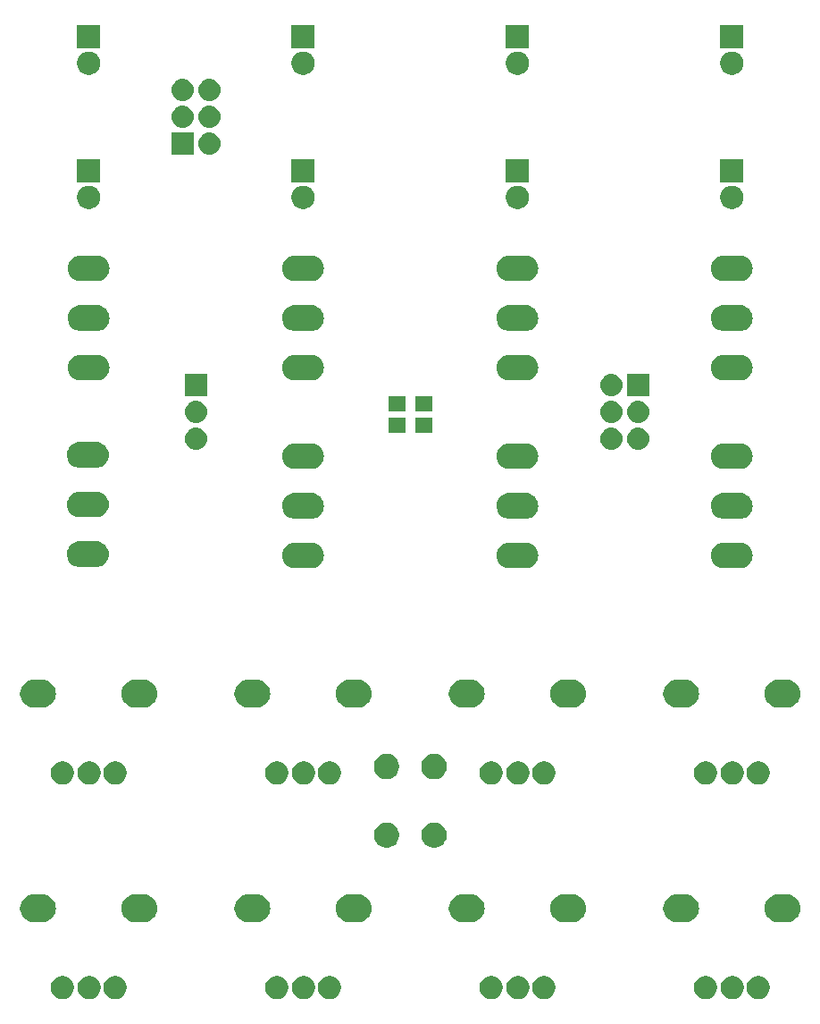
<source format=gbr>
G04 #@! TF.GenerationSoftware,KiCad,Pcbnew,(5.0.1-3-g963ef8bb5)*
G04 #@! TF.CreationDate,2018-11-04T19:12:54+08:00*
G04 #@! TF.ProjectId,SubSequence,53756253657175656E63652E6B696361,rev?*
G04 #@! TF.SameCoordinates,Original*
G04 #@! TF.FileFunction,Soldermask,Top*
G04 #@! TF.FilePolarity,Negative*
%FSLAX46Y46*%
G04 Gerber Fmt 4.6, Leading zero omitted, Abs format (unit mm)*
G04 Created by KiCad (PCBNEW (5.0.1-3-g963ef8bb5)) date 2018 November 04, Sunday 19:12:54*
%MOMM*%
%LPD*%
G01*
G04 APERTURE LIST*
%ADD10C,0.100000*%
G04 APERTURE END LIST*
D10*
G36*
X185700857Y-148682282D02*
X185901042Y-148765201D01*
X186081213Y-148885588D01*
X186234422Y-149038797D01*
X186354809Y-149218968D01*
X186437728Y-149419153D01*
X186480000Y-149631668D01*
X186480000Y-149848352D01*
X186437728Y-150060867D01*
X186354809Y-150261052D01*
X186234422Y-150441223D01*
X186081213Y-150594432D01*
X185901042Y-150714819D01*
X185700857Y-150797738D01*
X185488342Y-150840010D01*
X185271658Y-150840010D01*
X185059143Y-150797738D01*
X184858958Y-150714819D01*
X184678787Y-150594432D01*
X184525578Y-150441223D01*
X184405191Y-150261052D01*
X184322272Y-150060867D01*
X184280000Y-149848352D01*
X184280000Y-149631668D01*
X184322272Y-149419153D01*
X184405191Y-149218968D01*
X184525578Y-149038797D01*
X184678787Y-148885588D01*
X184858958Y-148765201D01*
X185059143Y-148682282D01*
X185271658Y-148640010D01*
X185488342Y-148640010D01*
X185700857Y-148682282D01*
X185700857Y-148682282D01*
G37*
G36*
X183240857Y-148682282D02*
X183441042Y-148765201D01*
X183621213Y-148885588D01*
X183774422Y-149038797D01*
X183894809Y-149218968D01*
X183977728Y-149419153D01*
X184020000Y-149631668D01*
X184020000Y-149848352D01*
X183977728Y-150060867D01*
X183894809Y-150261052D01*
X183774422Y-150441223D01*
X183621213Y-150594432D01*
X183441042Y-150714819D01*
X183240857Y-150797738D01*
X183028342Y-150840010D01*
X182811658Y-150840010D01*
X182599143Y-150797738D01*
X182398958Y-150714819D01*
X182218787Y-150594432D01*
X182065578Y-150441223D01*
X181945191Y-150261052D01*
X181862272Y-150060867D01*
X181820000Y-149848352D01*
X181820000Y-149631668D01*
X181862272Y-149419153D01*
X181945191Y-149218968D01*
X182065578Y-149038797D01*
X182218787Y-148885588D01*
X182398958Y-148765201D01*
X182599143Y-148682282D01*
X182811658Y-148640010D01*
X183028342Y-148640010D01*
X183240857Y-148682282D01*
X183240857Y-148682282D01*
G37*
G36*
X180700857Y-148682282D02*
X180901042Y-148765201D01*
X181081213Y-148885588D01*
X181234422Y-149038797D01*
X181354809Y-149218968D01*
X181437728Y-149419153D01*
X181480000Y-149631668D01*
X181480000Y-149848352D01*
X181437728Y-150060867D01*
X181354809Y-150261052D01*
X181234422Y-150441223D01*
X181081213Y-150594432D01*
X180901042Y-150714819D01*
X180700857Y-150797738D01*
X180488342Y-150840010D01*
X180271658Y-150840010D01*
X180059143Y-150797738D01*
X179858958Y-150714819D01*
X179678787Y-150594432D01*
X179525578Y-150441223D01*
X179405191Y-150261052D01*
X179322272Y-150060867D01*
X179280000Y-149848352D01*
X179280000Y-149631668D01*
X179322272Y-149419153D01*
X179405191Y-149218968D01*
X179525578Y-149038797D01*
X179678787Y-148885588D01*
X179858958Y-148765201D01*
X180059143Y-148682282D01*
X180271658Y-148640010D01*
X180488342Y-148640010D01*
X180700857Y-148682282D01*
X180700857Y-148682282D01*
G37*
G36*
X165380857Y-148682282D02*
X165581042Y-148765201D01*
X165761213Y-148885588D01*
X165914422Y-149038797D01*
X166034809Y-149218968D01*
X166117728Y-149419153D01*
X166160000Y-149631668D01*
X166160000Y-149848352D01*
X166117728Y-150060867D01*
X166034809Y-150261052D01*
X165914422Y-150441223D01*
X165761213Y-150594432D01*
X165581042Y-150714819D01*
X165380857Y-150797738D01*
X165168342Y-150840010D01*
X164951658Y-150840010D01*
X164739143Y-150797738D01*
X164538958Y-150714819D01*
X164358787Y-150594432D01*
X164205578Y-150441223D01*
X164085191Y-150261052D01*
X164002272Y-150060867D01*
X163960000Y-149848352D01*
X163960000Y-149631668D01*
X164002272Y-149419153D01*
X164085191Y-149218968D01*
X164205578Y-149038797D01*
X164358787Y-148885588D01*
X164538958Y-148765201D01*
X164739143Y-148682282D01*
X164951658Y-148640010D01*
X165168342Y-148640010D01*
X165380857Y-148682282D01*
X165380857Y-148682282D01*
G37*
G36*
X162920857Y-148682282D02*
X163121042Y-148765201D01*
X163301213Y-148885588D01*
X163454422Y-149038797D01*
X163574809Y-149218968D01*
X163657728Y-149419153D01*
X163700000Y-149631668D01*
X163700000Y-149848352D01*
X163657728Y-150060867D01*
X163574809Y-150261052D01*
X163454422Y-150441223D01*
X163301213Y-150594432D01*
X163121042Y-150714819D01*
X162920857Y-150797738D01*
X162708342Y-150840010D01*
X162491658Y-150840010D01*
X162279143Y-150797738D01*
X162078958Y-150714819D01*
X161898787Y-150594432D01*
X161745578Y-150441223D01*
X161625191Y-150261052D01*
X161542272Y-150060867D01*
X161500000Y-149848352D01*
X161500000Y-149631668D01*
X161542272Y-149419153D01*
X161625191Y-149218968D01*
X161745578Y-149038797D01*
X161898787Y-148885588D01*
X162078958Y-148765201D01*
X162279143Y-148682282D01*
X162491658Y-148640010D01*
X162708342Y-148640010D01*
X162920857Y-148682282D01*
X162920857Y-148682282D01*
G37*
G36*
X160380857Y-148682282D02*
X160581042Y-148765201D01*
X160761213Y-148885588D01*
X160914422Y-149038797D01*
X161034809Y-149218968D01*
X161117728Y-149419153D01*
X161160000Y-149631668D01*
X161160000Y-149848352D01*
X161117728Y-150060867D01*
X161034809Y-150261052D01*
X160914422Y-150441223D01*
X160761213Y-150594432D01*
X160581042Y-150714819D01*
X160380857Y-150797738D01*
X160168342Y-150840010D01*
X159951658Y-150840010D01*
X159739143Y-150797738D01*
X159538958Y-150714819D01*
X159358787Y-150594432D01*
X159205578Y-150441223D01*
X159085191Y-150261052D01*
X159002272Y-150060867D01*
X158960000Y-149848352D01*
X158960000Y-149631668D01*
X159002272Y-149419153D01*
X159085191Y-149218968D01*
X159205578Y-149038797D01*
X159358787Y-148885588D01*
X159538958Y-148765201D01*
X159739143Y-148682282D01*
X159951658Y-148640010D01*
X160168342Y-148640010D01*
X160380857Y-148682282D01*
X160380857Y-148682282D01*
G37*
G36*
X145060857Y-148682282D02*
X145261042Y-148765201D01*
X145441213Y-148885588D01*
X145594422Y-149038797D01*
X145714809Y-149218968D01*
X145797728Y-149419153D01*
X145840000Y-149631668D01*
X145840000Y-149848352D01*
X145797728Y-150060867D01*
X145714809Y-150261052D01*
X145594422Y-150441223D01*
X145441213Y-150594432D01*
X145261042Y-150714819D01*
X145060857Y-150797738D01*
X144848342Y-150840010D01*
X144631658Y-150840010D01*
X144419143Y-150797738D01*
X144218958Y-150714819D01*
X144038787Y-150594432D01*
X143885578Y-150441223D01*
X143765191Y-150261052D01*
X143682272Y-150060867D01*
X143640000Y-149848352D01*
X143640000Y-149631668D01*
X143682272Y-149419153D01*
X143765191Y-149218968D01*
X143885578Y-149038797D01*
X144038787Y-148885588D01*
X144218958Y-148765201D01*
X144419143Y-148682282D01*
X144631658Y-148640010D01*
X144848342Y-148640010D01*
X145060857Y-148682282D01*
X145060857Y-148682282D01*
G37*
G36*
X142600857Y-148682282D02*
X142801042Y-148765201D01*
X142981213Y-148885588D01*
X143134422Y-149038797D01*
X143254809Y-149218968D01*
X143337728Y-149419153D01*
X143380000Y-149631668D01*
X143380000Y-149848352D01*
X143337728Y-150060867D01*
X143254809Y-150261052D01*
X143134422Y-150441223D01*
X142981213Y-150594432D01*
X142801042Y-150714819D01*
X142600857Y-150797738D01*
X142388342Y-150840010D01*
X142171658Y-150840010D01*
X141959143Y-150797738D01*
X141758958Y-150714819D01*
X141578787Y-150594432D01*
X141425578Y-150441223D01*
X141305191Y-150261052D01*
X141222272Y-150060867D01*
X141180000Y-149848352D01*
X141180000Y-149631668D01*
X141222272Y-149419153D01*
X141305191Y-149218968D01*
X141425578Y-149038797D01*
X141578787Y-148885588D01*
X141758958Y-148765201D01*
X141959143Y-148682282D01*
X142171658Y-148640010D01*
X142388342Y-148640010D01*
X142600857Y-148682282D01*
X142600857Y-148682282D01*
G37*
G36*
X140060857Y-148682282D02*
X140261042Y-148765201D01*
X140441213Y-148885588D01*
X140594422Y-149038797D01*
X140714809Y-149218968D01*
X140797728Y-149419153D01*
X140840000Y-149631668D01*
X140840000Y-149848352D01*
X140797728Y-150060867D01*
X140714809Y-150261052D01*
X140594422Y-150441223D01*
X140441213Y-150594432D01*
X140261042Y-150714819D01*
X140060857Y-150797738D01*
X139848342Y-150840010D01*
X139631658Y-150840010D01*
X139419143Y-150797738D01*
X139218958Y-150714819D01*
X139038787Y-150594432D01*
X138885578Y-150441223D01*
X138765191Y-150261052D01*
X138682272Y-150060867D01*
X138640000Y-149848352D01*
X138640000Y-149631668D01*
X138682272Y-149419153D01*
X138765191Y-149218968D01*
X138885578Y-149038797D01*
X139038787Y-148885588D01*
X139218958Y-148765201D01*
X139419143Y-148682282D01*
X139631658Y-148640010D01*
X139848342Y-148640010D01*
X140060857Y-148682282D01*
X140060857Y-148682282D01*
G37*
G36*
X124740857Y-148682282D02*
X124941042Y-148765201D01*
X125121213Y-148885588D01*
X125274422Y-149038797D01*
X125394809Y-149218968D01*
X125477728Y-149419153D01*
X125520000Y-149631668D01*
X125520000Y-149848352D01*
X125477728Y-150060867D01*
X125394809Y-150261052D01*
X125274422Y-150441223D01*
X125121213Y-150594432D01*
X124941042Y-150714819D01*
X124740857Y-150797738D01*
X124528342Y-150840010D01*
X124311658Y-150840010D01*
X124099143Y-150797738D01*
X123898958Y-150714819D01*
X123718787Y-150594432D01*
X123565578Y-150441223D01*
X123445191Y-150261052D01*
X123362272Y-150060867D01*
X123320000Y-149848352D01*
X123320000Y-149631668D01*
X123362272Y-149419153D01*
X123445191Y-149218968D01*
X123565578Y-149038797D01*
X123718787Y-148885588D01*
X123898958Y-148765201D01*
X124099143Y-148682282D01*
X124311658Y-148640010D01*
X124528342Y-148640010D01*
X124740857Y-148682282D01*
X124740857Y-148682282D01*
G37*
G36*
X122280857Y-148682282D02*
X122481042Y-148765201D01*
X122661213Y-148885588D01*
X122814422Y-149038797D01*
X122934809Y-149218968D01*
X123017728Y-149419153D01*
X123060000Y-149631668D01*
X123060000Y-149848352D01*
X123017728Y-150060867D01*
X122934809Y-150261052D01*
X122814422Y-150441223D01*
X122661213Y-150594432D01*
X122481042Y-150714819D01*
X122280857Y-150797738D01*
X122068342Y-150840010D01*
X121851658Y-150840010D01*
X121639143Y-150797738D01*
X121438958Y-150714819D01*
X121258787Y-150594432D01*
X121105578Y-150441223D01*
X120985191Y-150261052D01*
X120902272Y-150060867D01*
X120860000Y-149848352D01*
X120860000Y-149631668D01*
X120902272Y-149419153D01*
X120985191Y-149218968D01*
X121105578Y-149038797D01*
X121258787Y-148885588D01*
X121438958Y-148765201D01*
X121639143Y-148682282D01*
X121851658Y-148640010D01*
X122068342Y-148640010D01*
X122280857Y-148682282D01*
X122280857Y-148682282D01*
G37*
G36*
X119740857Y-148682282D02*
X119941042Y-148765201D01*
X120121213Y-148885588D01*
X120274422Y-149038797D01*
X120394809Y-149218968D01*
X120477728Y-149419153D01*
X120520000Y-149631668D01*
X120520000Y-149848352D01*
X120477728Y-150060867D01*
X120394809Y-150261052D01*
X120274422Y-150441223D01*
X120121213Y-150594432D01*
X119941042Y-150714819D01*
X119740857Y-150797738D01*
X119528342Y-150840010D01*
X119311658Y-150840010D01*
X119099143Y-150797738D01*
X118898958Y-150714819D01*
X118718787Y-150594432D01*
X118565578Y-150441223D01*
X118445191Y-150261052D01*
X118362272Y-150060867D01*
X118320000Y-149848352D01*
X118320000Y-149631668D01*
X118362272Y-149419153D01*
X118445191Y-149218968D01*
X118565578Y-149038797D01*
X118718787Y-148885588D01*
X118898958Y-148765201D01*
X119099143Y-148682282D01*
X119311658Y-148640010D01*
X119528342Y-148640010D01*
X119740857Y-148682282D01*
X119740857Y-148682282D01*
G37*
G36*
X188334845Y-140958810D02*
X188579896Y-141033145D01*
X188805736Y-141153860D01*
X189003687Y-141316313D01*
X189166140Y-141514264D01*
X189286855Y-141740104D01*
X189361190Y-141985155D01*
X189386290Y-142240000D01*
X189361190Y-142494845D01*
X189286855Y-142739896D01*
X189166140Y-142965736D01*
X189003687Y-143163687D01*
X188805736Y-143326140D01*
X188579896Y-143446855D01*
X188334845Y-143521190D01*
X188143864Y-143540000D01*
X187216136Y-143540000D01*
X187025155Y-143521190D01*
X186780104Y-143446855D01*
X186554264Y-143326140D01*
X186356313Y-143163687D01*
X186193860Y-142965736D01*
X186073145Y-142739896D01*
X185998810Y-142494845D01*
X185973710Y-142240000D01*
X185998810Y-141985155D01*
X186073145Y-141740104D01*
X186193860Y-141514264D01*
X186356313Y-141316313D01*
X186554264Y-141153860D01*
X186780104Y-141033145D01*
X187025155Y-140958810D01*
X187216136Y-140940000D01*
X188143864Y-140940000D01*
X188334845Y-140958810D01*
X188334845Y-140958810D01*
G37*
G36*
X147694845Y-140958810D02*
X147939896Y-141033145D01*
X148165736Y-141153860D01*
X148363687Y-141316313D01*
X148526140Y-141514264D01*
X148646855Y-141740104D01*
X148721190Y-141985155D01*
X148746290Y-142240000D01*
X148721190Y-142494845D01*
X148646855Y-142739896D01*
X148526140Y-142965736D01*
X148363687Y-143163687D01*
X148165736Y-143326140D01*
X147939896Y-143446855D01*
X147694845Y-143521190D01*
X147503864Y-143540000D01*
X146576136Y-143540000D01*
X146385155Y-143521190D01*
X146140104Y-143446855D01*
X145914264Y-143326140D01*
X145716313Y-143163687D01*
X145553860Y-142965736D01*
X145433145Y-142739896D01*
X145358810Y-142494845D01*
X145333710Y-142240000D01*
X145358810Y-141985155D01*
X145433145Y-141740104D01*
X145553860Y-141514264D01*
X145716313Y-141316313D01*
X145914264Y-141153860D01*
X146140104Y-141033145D01*
X146385155Y-140958810D01*
X146576136Y-140940000D01*
X147503864Y-140940000D01*
X147694845Y-140958810D01*
X147694845Y-140958810D01*
G37*
G36*
X178734845Y-140958810D02*
X178979896Y-141033145D01*
X179205736Y-141153860D01*
X179403687Y-141316313D01*
X179566140Y-141514264D01*
X179686855Y-141740104D01*
X179761190Y-141985155D01*
X179786290Y-142240000D01*
X179761190Y-142494845D01*
X179686855Y-142739896D01*
X179566140Y-142965736D01*
X179403687Y-143163687D01*
X179205736Y-143326140D01*
X178979896Y-143446855D01*
X178734845Y-143521190D01*
X178543864Y-143540000D01*
X177616136Y-143540000D01*
X177425155Y-143521190D01*
X177180104Y-143446855D01*
X176954264Y-143326140D01*
X176756313Y-143163687D01*
X176593860Y-142965736D01*
X176473145Y-142739896D01*
X176398810Y-142494845D01*
X176373710Y-142240000D01*
X176398810Y-141985155D01*
X176473145Y-141740104D01*
X176593860Y-141514264D01*
X176756313Y-141316313D01*
X176954264Y-141153860D01*
X177180104Y-141033145D01*
X177425155Y-140958810D01*
X177616136Y-140940000D01*
X178543864Y-140940000D01*
X178734845Y-140958810D01*
X178734845Y-140958810D01*
G37*
G36*
X168014845Y-140958810D02*
X168259896Y-141033145D01*
X168485736Y-141153860D01*
X168683687Y-141316313D01*
X168846140Y-141514264D01*
X168966855Y-141740104D01*
X169041190Y-141985155D01*
X169066290Y-142240000D01*
X169041190Y-142494845D01*
X168966855Y-142739896D01*
X168846140Y-142965736D01*
X168683687Y-143163687D01*
X168485736Y-143326140D01*
X168259896Y-143446855D01*
X168014845Y-143521190D01*
X167823864Y-143540000D01*
X166896136Y-143540000D01*
X166705155Y-143521190D01*
X166460104Y-143446855D01*
X166234264Y-143326140D01*
X166036313Y-143163687D01*
X165873860Y-142965736D01*
X165753145Y-142739896D01*
X165678810Y-142494845D01*
X165653710Y-142240000D01*
X165678810Y-141985155D01*
X165753145Y-141740104D01*
X165873860Y-141514264D01*
X166036313Y-141316313D01*
X166234264Y-141153860D01*
X166460104Y-141033145D01*
X166705155Y-140958810D01*
X166896136Y-140940000D01*
X167823864Y-140940000D01*
X168014845Y-140958810D01*
X168014845Y-140958810D01*
G37*
G36*
X138094845Y-140958810D02*
X138339896Y-141033145D01*
X138565736Y-141153860D01*
X138763687Y-141316313D01*
X138926140Y-141514264D01*
X139046855Y-141740104D01*
X139121190Y-141985155D01*
X139146290Y-142240000D01*
X139121190Y-142494845D01*
X139046855Y-142739896D01*
X138926140Y-142965736D01*
X138763687Y-143163687D01*
X138565736Y-143326140D01*
X138339896Y-143446855D01*
X138094845Y-143521190D01*
X137903864Y-143540000D01*
X136976136Y-143540000D01*
X136785155Y-143521190D01*
X136540104Y-143446855D01*
X136314264Y-143326140D01*
X136116313Y-143163687D01*
X135953860Y-142965736D01*
X135833145Y-142739896D01*
X135758810Y-142494845D01*
X135733710Y-142240000D01*
X135758810Y-141985155D01*
X135833145Y-141740104D01*
X135953860Y-141514264D01*
X136116313Y-141316313D01*
X136314264Y-141153860D01*
X136540104Y-141033145D01*
X136785155Y-140958810D01*
X136976136Y-140940000D01*
X137903864Y-140940000D01*
X138094845Y-140958810D01*
X138094845Y-140958810D01*
G37*
G36*
X117774845Y-140958810D02*
X118019896Y-141033145D01*
X118245736Y-141153860D01*
X118443687Y-141316313D01*
X118606140Y-141514264D01*
X118726855Y-141740104D01*
X118801190Y-141985155D01*
X118826290Y-142240000D01*
X118801190Y-142494845D01*
X118726855Y-142739896D01*
X118606140Y-142965736D01*
X118443687Y-143163687D01*
X118245736Y-143326140D01*
X118019896Y-143446855D01*
X117774845Y-143521190D01*
X117583864Y-143540000D01*
X116656136Y-143540000D01*
X116465155Y-143521190D01*
X116220104Y-143446855D01*
X115994264Y-143326140D01*
X115796313Y-143163687D01*
X115633860Y-142965736D01*
X115513145Y-142739896D01*
X115438810Y-142494845D01*
X115413710Y-142240000D01*
X115438810Y-141985155D01*
X115513145Y-141740104D01*
X115633860Y-141514264D01*
X115796313Y-141316313D01*
X115994264Y-141153860D01*
X116220104Y-141033145D01*
X116465155Y-140958810D01*
X116656136Y-140940000D01*
X117583864Y-140940000D01*
X117774845Y-140958810D01*
X117774845Y-140958810D01*
G37*
G36*
X158414845Y-140958810D02*
X158659896Y-141033145D01*
X158885736Y-141153860D01*
X159083687Y-141316313D01*
X159246140Y-141514264D01*
X159366855Y-141740104D01*
X159441190Y-141985155D01*
X159466290Y-142240000D01*
X159441190Y-142494845D01*
X159366855Y-142739896D01*
X159246140Y-142965736D01*
X159083687Y-143163687D01*
X158885736Y-143326140D01*
X158659896Y-143446855D01*
X158414845Y-143521190D01*
X158223864Y-143540000D01*
X157296136Y-143540000D01*
X157105155Y-143521190D01*
X156860104Y-143446855D01*
X156634264Y-143326140D01*
X156436313Y-143163687D01*
X156273860Y-142965736D01*
X156153145Y-142739896D01*
X156078810Y-142494845D01*
X156053710Y-142240000D01*
X156078810Y-141985155D01*
X156153145Y-141740104D01*
X156273860Y-141514264D01*
X156436313Y-141316313D01*
X156634264Y-141153860D01*
X156860104Y-141033145D01*
X157105155Y-140958810D01*
X157296136Y-140940000D01*
X158223864Y-140940000D01*
X158414845Y-140958810D01*
X158414845Y-140958810D01*
G37*
G36*
X127374845Y-140958810D02*
X127619896Y-141033145D01*
X127845736Y-141153860D01*
X128043687Y-141316313D01*
X128206140Y-141514264D01*
X128326855Y-141740104D01*
X128401190Y-141985155D01*
X128426290Y-142240000D01*
X128401190Y-142494845D01*
X128326855Y-142739896D01*
X128206140Y-142965736D01*
X128043687Y-143163687D01*
X127845736Y-143326140D01*
X127619896Y-143446855D01*
X127374845Y-143521190D01*
X127183864Y-143540000D01*
X126256136Y-143540000D01*
X126065155Y-143521190D01*
X125820104Y-143446855D01*
X125594264Y-143326140D01*
X125396313Y-143163687D01*
X125233860Y-142965736D01*
X125113145Y-142739896D01*
X125038810Y-142494845D01*
X125013710Y-142240000D01*
X125038810Y-141985155D01*
X125113145Y-141740104D01*
X125233860Y-141514264D01*
X125396313Y-141316313D01*
X125594264Y-141153860D01*
X125820104Y-141033145D01*
X126065155Y-140958810D01*
X126256136Y-140940000D01*
X127183864Y-140940000D01*
X127374845Y-140958810D01*
X127374845Y-140958810D01*
G37*
G36*
X150499586Y-134156995D02*
X150717972Y-134247453D01*
X150914518Y-134378781D01*
X151081659Y-134545922D01*
X151212987Y-134742468D01*
X151303445Y-134960854D01*
X151349560Y-135192689D01*
X151349560Y-135429071D01*
X151303445Y-135660906D01*
X151212987Y-135879292D01*
X151081659Y-136075838D01*
X150914518Y-136242979D01*
X150717972Y-136374307D01*
X150499586Y-136464765D01*
X150267751Y-136510880D01*
X150031369Y-136510880D01*
X149799534Y-136464765D01*
X149581148Y-136374307D01*
X149384602Y-136242979D01*
X149217461Y-136075838D01*
X149086133Y-135879292D01*
X148995675Y-135660906D01*
X148949560Y-135429071D01*
X148949560Y-135192689D01*
X148995675Y-134960854D01*
X149086133Y-134742468D01*
X149217461Y-134545922D01*
X149384602Y-134378781D01*
X149581148Y-134247453D01*
X149799534Y-134156995D01*
X150031369Y-134110880D01*
X150267751Y-134110880D01*
X150499586Y-134156995D01*
X150499586Y-134156995D01*
G37*
G36*
X154999586Y-134156995D02*
X155217972Y-134247453D01*
X155414518Y-134378781D01*
X155581659Y-134545922D01*
X155712987Y-134742468D01*
X155803445Y-134960854D01*
X155849560Y-135192689D01*
X155849560Y-135429071D01*
X155803445Y-135660906D01*
X155712987Y-135879292D01*
X155581659Y-136075838D01*
X155414518Y-136242979D01*
X155217972Y-136374307D01*
X154999586Y-136464765D01*
X154767751Y-136510880D01*
X154531369Y-136510880D01*
X154299534Y-136464765D01*
X154081148Y-136374307D01*
X153884602Y-136242979D01*
X153717461Y-136075838D01*
X153586133Y-135879292D01*
X153495675Y-135660906D01*
X153449560Y-135429071D01*
X153449560Y-135192689D01*
X153495675Y-134960854D01*
X153586133Y-134742468D01*
X153717461Y-134545922D01*
X153884602Y-134378781D01*
X154081148Y-134247453D01*
X154299534Y-134156995D01*
X154531369Y-134110880D01*
X154767751Y-134110880D01*
X154999586Y-134156995D01*
X154999586Y-134156995D01*
G37*
G36*
X124740857Y-128362282D02*
X124941042Y-128445201D01*
X125121213Y-128565588D01*
X125274422Y-128718797D01*
X125394809Y-128898968D01*
X125477728Y-129099153D01*
X125520000Y-129311668D01*
X125520000Y-129528352D01*
X125477728Y-129740867D01*
X125394809Y-129941052D01*
X125274422Y-130121223D01*
X125121213Y-130274432D01*
X124941042Y-130394819D01*
X124740857Y-130477738D01*
X124528342Y-130520010D01*
X124311658Y-130520010D01*
X124099143Y-130477738D01*
X123898958Y-130394819D01*
X123718787Y-130274432D01*
X123565578Y-130121223D01*
X123445191Y-129941052D01*
X123362272Y-129740867D01*
X123320000Y-129528352D01*
X123320000Y-129311668D01*
X123362272Y-129099153D01*
X123445191Y-128898968D01*
X123565578Y-128718797D01*
X123718787Y-128565588D01*
X123898958Y-128445201D01*
X124099143Y-128362282D01*
X124311658Y-128320010D01*
X124528342Y-128320010D01*
X124740857Y-128362282D01*
X124740857Y-128362282D01*
G37*
G36*
X145060857Y-128362282D02*
X145261042Y-128445201D01*
X145441213Y-128565588D01*
X145594422Y-128718797D01*
X145714809Y-128898968D01*
X145797728Y-129099153D01*
X145840000Y-129311668D01*
X145840000Y-129528352D01*
X145797728Y-129740867D01*
X145714809Y-129941052D01*
X145594422Y-130121223D01*
X145441213Y-130274432D01*
X145261042Y-130394819D01*
X145060857Y-130477738D01*
X144848342Y-130520010D01*
X144631658Y-130520010D01*
X144419143Y-130477738D01*
X144218958Y-130394819D01*
X144038787Y-130274432D01*
X143885578Y-130121223D01*
X143765191Y-129941052D01*
X143682272Y-129740867D01*
X143640000Y-129528352D01*
X143640000Y-129311668D01*
X143682272Y-129099153D01*
X143765191Y-128898968D01*
X143885578Y-128718797D01*
X144038787Y-128565588D01*
X144218958Y-128445201D01*
X144419143Y-128362282D01*
X144631658Y-128320010D01*
X144848342Y-128320010D01*
X145060857Y-128362282D01*
X145060857Y-128362282D01*
G37*
G36*
X165380857Y-128362282D02*
X165581042Y-128445201D01*
X165761213Y-128565588D01*
X165914422Y-128718797D01*
X166034809Y-128898968D01*
X166117728Y-129099153D01*
X166160000Y-129311668D01*
X166160000Y-129528352D01*
X166117728Y-129740867D01*
X166034809Y-129941052D01*
X165914422Y-130121223D01*
X165761213Y-130274432D01*
X165581042Y-130394819D01*
X165380857Y-130477738D01*
X165168342Y-130520010D01*
X164951658Y-130520010D01*
X164739143Y-130477738D01*
X164538958Y-130394819D01*
X164358787Y-130274432D01*
X164205578Y-130121223D01*
X164085191Y-129941052D01*
X164002272Y-129740867D01*
X163960000Y-129528352D01*
X163960000Y-129311668D01*
X164002272Y-129099153D01*
X164085191Y-128898968D01*
X164205578Y-128718797D01*
X164358787Y-128565588D01*
X164538958Y-128445201D01*
X164739143Y-128362282D01*
X164951658Y-128320010D01*
X165168342Y-128320010D01*
X165380857Y-128362282D01*
X165380857Y-128362282D01*
G37*
G36*
X140060857Y-128362282D02*
X140261042Y-128445201D01*
X140441213Y-128565588D01*
X140594422Y-128718797D01*
X140714809Y-128898968D01*
X140797728Y-129099153D01*
X140840000Y-129311668D01*
X140840000Y-129528352D01*
X140797728Y-129740867D01*
X140714809Y-129941052D01*
X140594422Y-130121223D01*
X140441213Y-130274432D01*
X140261042Y-130394819D01*
X140060857Y-130477738D01*
X139848342Y-130520010D01*
X139631658Y-130520010D01*
X139419143Y-130477738D01*
X139218958Y-130394819D01*
X139038787Y-130274432D01*
X138885578Y-130121223D01*
X138765191Y-129941052D01*
X138682272Y-129740867D01*
X138640000Y-129528352D01*
X138640000Y-129311668D01*
X138682272Y-129099153D01*
X138765191Y-128898968D01*
X138885578Y-128718797D01*
X139038787Y-128565588D01*
X139218958Y-128445201D01*
X139419143Y-128362282D01*
X139631658Y-128320010D01*
X139848342Y-128320010D01*
X140060857Y-128362282D01*
X140060857Y-128362282D01*
G37*
G36*
X122280857Y-128362282D02*
X122481042Y-128445201D01*
X122661213Y-128565588D01*
X122814422Y-128718797D01*
X122934809Y-128898968D01*
X123017728Y-129099153D01*
X123060000Y-129311668D01*
X123060000Y-129528352D01*
X123017728Y-129740867D01*
X122934809Y-129941052D01*
X122814422Y-130121223D01*
X122661213Y-130274432D01*
X122481042Y-130394819D01*
X122280857Y-130477738D01*
X122068342Y-130520010D01*
X121851658Y-130520010D01*
X121639143Y-130477738D01*
X121438958Y-130394819D01*
X121258787Y-130274432D01*
X121105578Y-130121223D01*
X120985191Y-129941052D01*
X120902272Y-129740867D01*
X120860000Y-129528352D01*
X120860000Y-129311668D01*
X120902272Y-129099153D01*
X120985191Y-128898968D01*
X121105578Y-128718797D01*
X121258787Y-128565588D01*
X121438958Y-128445201D01*
X121639143Y-128362282D01*
X121851658Y-128320010D01*
X122068342Y-128320010D01*
X122280857Y-128362282D01*
X122280857Y-128362282D01*
G37*
G36*
X119740857Y-128362282D02*
X119941042Y-128445201D01*
X120121213Y-128565588D01*
X120274422Y-128718797D01*
X120394809Y-128898968D01*
X120477728Y-129099153D01*
X120520000Y-129311668D01*
X120520000Y-129528352D01*
X120477728Y-129740867D01*
X120394809Y-129941052D01*
X120274422Y-130121223D01*
X120121213Y-130274432D01*
X119941042Y-130394819D01*
X119740857Y-130477738D01*
X119528342Y-130520010D01*
X119311658Y-130520010D01*
X119099143Y-130477738D01*
X118898958Y-130394819D01*
X118718787Y-130274432D01*
X118565578Y-130121223D01*
X118445191Y-129941052D01*
X118362272Y-129740867D01*
X118320000Y-129528352D01*
X118320000Y-129311668D01*
X118362272Y-129099153D01*
X118445191Y-128898968D01*
X118565578Y-128718797D01*
X118718787Y-128565588D01*
X118898958Y-128445201D01*
X119099143Y-128362282D01*
X119311658Y-128320010D01*
X119528342Y-128320010D01*
X119740857Y-128362282D01*
X119740857Y-128362282D01*
G37*
G36*
X180700857Y-128362282D02*
X180901042Y-128445201D01*
X181081213Y-128565588D01*
X181234422Y-128718797D01*
X181354809Y-128898968D01*
X181437728Y-129099153D01*
X181480000Y-129311668D01*
X181480000Y-129528352D01*
X181437728Y-129740867D01*
X181354809Y-129941052D01*
X181234422Y-130121223D01*
X181081213Y-130274432D01*
X180901042Y-130394819D01*
X180700857Y-130477738D01*
X180488342Y-130520010D01*
X180271658Y-130520010D01*
X180059143Y-130477738D01*
X179858958Y-130394819D01*
X179678787Y-130274432D01*
X179525578Y-130121223D01*
X179405191Y-129941052D01*
X179322272Y-129740867D01*
X179280000Y-129528352D01*
X179280000Y-129311668D01*
X179322272Y-129099153D01*
X179405191Y-128898968D01*
X179525578Y-128718797D01*
X179678787Y-128565588D01*
X179858958Y-128445201D01*
X180059143Y-128362282D01*
X180271658Y-128320010D01*
X180488342Y-128320010D01*
X180700857Y-128362282D01*
X180700857Y-128362282D01*
G37*
G36*
X183240857Y-128362282D02*
X183441042Y-128445201D01*
X183621213Y-128565588D01*
X183774422Y-128718797D01*
X183894809Y-128898968D01*
X183977728Y-129099153D01*
X184020000Y-129311668D01*
X184020000Y-129528352D01*
X183977728Y-129740867D01*
X183894809Y-129941052D01*
X183774422Y-130121223D01*
X183621213Y-130274432D01*
X183441042Y-130394819D01*
X183240857Y-130477738D01*
X183028342Y-130520010D01*
X182811658Y-130520010D01*
X182599143Y-130477738D01*
X182398958Y-130394819D01*
X182218787Y-130274432D01*
X182065578Y-130121223D01*
X181945191Y-129941052D01*
X181862272Y-129740867D01*
X181820000Y-129528352D01*
X181820000Y-129311668D01*
X181862272Y-129099153D01*
X181945191Y-128898968D01*
X182065578Y-128718797D01*
X182218787Y-128565588D01*
X182398958Y-128445201D01*
X182599143Y-128362282D01*
X182811658Y-128320010D01*
X183028342Y-128320010D01*
X183240857Y-128362282D01*
X183240857Y-128362282D01*
G37*
G36*
X185700857Y-128362282D02*
X185901042Y-128445201D01*
X186081213Y-128565588D01*
X186234422Y-128718797D01*
X186354809Y-128898968D01*
X186437728Y-129099153D01*
X186480000Y-129311668D01*
X186480000Y-129528352D01*
X186437728Y-129740867D01*
X186354809Y-129941052D01*
X186234422Y-130121223D01*
X186081213Y-130274432D01*
X185901042Y-130394819D01*
X185700857Y-130477738D01*
X185488342Y-130520010D01*
X185271658Y-130520010D01*
X185059143Y-130477738D01*
X184858958Y-130394819D01*
X184678787Y-130274432D01*
X184525578Y-130121223D01*
X184405191Y-129941052D01*
X184322272Y-129740867D01*
X184280000Y-129528352D01*
X184280000Y-129311668D01*
X184322272Y-129099153D01*
X184405191Y-128898968D01*
X184525578Y-128718797D01*
X184678787Y-128565588D01*
X184858958Y-128445201D01*
X185059143Y-128362282D01*
X185271658Y-128320010D01*
X185488342Y-128320010D01*
X185700857Y-128362282D01*
X185700857Y-128362282D01*
G37*
G36*
X162920857Y-128362282D02*
X163121042Y-128445201D01*
X163301213Y-128565588D01*
X163454422Y-128718797D01*
X163574809Y-128898968D01*
X163657728Y-129099153D01*
X163700000Y-129311668D01*
X163700000Y-129528352D01*
X163657728Y-129740867D01*
X163574809Y-129941052D01*
X163454422Y-130121223D01*
X163301213Y-130274432D01*
X163121042Y-130394819D01*
X162920857Y-130477738D01*
X162708342Y-130520010D01*
X162491658Y-130520010D01*
X162279143Y-130477738D01*
X162078958Y-130394819D01*
X161898787Y-130274432D01*
X161745578Y-130121223D01*
X161625191Y-129941052D01*
X161542272Y-129740867D01*
X161500000Y-129528352D01*
X161500000Y-129311668D01*
X161542272Y-129099153D01*
X161625191Y-128898968D01*
X161745578Y-128718797D01*
X161898787Y-128565588D01*
X162078958Y-128445201D01*
X162279143Y-128362282D01*
X162491658Y-128320010D01*
X162708342Y-128320010D01*
X162920857Y-128362282D01*
X162920857Y-128362282D01*
G37*
G36*
X160380857Y-128362282D02*
X160581042Y-128445201D01*
X160761213Y-128565588D01*
X160914422Y-128718797D01*
X161034809Y-128898968D01*
X161117728Y-129099153D01*
X161160000Y-129311668D01*
X161160000Y-129528352D01*
X161117728Y-129740867D01*
X161034809Y-129941052D01*
X160914422Y-130121223D01*
X160761213Y-130274432D01*
X160581042Y-130394819D01*
X160380857Y-130477738D01*
X160168342Y-130520010D01*
X159951658Y-130520010D01*
X159739143Y-130477738D01*
X159538958Y-130394819D01*
X159358787Y-130274432D01*
X159205578Y-130121223D01*
X159085191Y-129941052D01*
X159002272Y-129740867D01*
X158960000Y-129528352D01*
X158960000Y-129311668D01*
X159002272Y-129099153D01*
X159085191Y-128898968D01*
X159205578Y-128718797D01*
X159358787Y-128565588D01*
X159538958Y-128445201D01*
X159739143Y-128362282D01*
X159951658Y-128320010D01*
X160168342Y-128320010D01*
X160380857Y-128362282D01*
X160380857Y-128362282D01*
G37*
G36*
X142600857Y-128362282D02*
X142801042Y-128445201D01*
X142981213Y-128565588D01*
X143134422Y-128718797D01*
X143254809Y-128898968D01*
X143337728Y-129099153D01*
X143380000Y-129311668D01*
X143380000Y-129528352D01*
X143337728Y-129740867D01*
X143254809Y-129941052D01*
X143134422Y-130121223D01*
X142981213Y-130274432D01*
X142801042Y-130394819D01*
X142600857Y-130477738D01*
X142388342Y-130520010D01*
X142171658Y-130520010D01*
X141959143Y-130477738D01*
X141758958Y-130394819D01*
X141578787Y-130274432D01*
X141425578Y-130121223D01*
X141305191Y-129941052D01*
X141222272Y-129740867D01*
X141180000Y-129528352D01*
X141180000Y-129311668D01*
X141222272Y-129099153D01*
X141305191Y-128898968D01*
X141425578Y-128718797D01*
X141578787Y-128565588D01*
X141758958Y-128445201D01*
X141959143Y-128362282D01*
X142171658Y-128320010D01*
X142388342Y-128320010D01*
X142600857Y-128362282D01*
X142600857Y-128362282D01*
G37*
G36*
X150499586Y-127656995D02*
X150717972Y-127747453D01*
X150914518Y-127878781D01*
X151081659Y-128045922D01*
X151212987Y-128242468D01*
X151303445Y-128460854D01*
X151349560Y-128692689D01*
X151349560Y-128929071D01*
X151303445Y-129160906D01*
X151212987Y-129379292D01*
X151081659Y-129575838D01*
X150914518Y-129742979D01*
X150717972Y-129874307D01*
X150499586Y-129964765D01*
X150267751Y-130010880D01*
X150031369Y-130010880D01*
X149799534Y-129964765D01*
X149581148Y-129874307D01*
X149384602Y-129742979D01*
X149217461Y-129575838D01*
X149086133Y-129379292D01*
X148995675Y-129160906D01*
X148949560Y-128929071D01*
X148949560Y-128692689D01*
X148995675Y-128460854D01*
X149086133Y-128242468D01*
X149217461Y-128045922D01*
X149384602Y-127878781D01*
X149581148Y-127747453D01*
X149799534Y-127656995D01*
X150031369Y-127610880D01*
X150267751Y-127610880D01*
X150499586Y-127656995D01*
X150499586Y-127656995D01*
G37*
G36*
X154999586Y-127656995D02*
X155217972Y-127747453D01*
X155414518Y-127878781D01*
X155581659Y-128045922D01*
X155712987Y-128242468D01*
X155803445Y-128460854D01*
X155849560Y-128692689D01*
X155849560Y-128929071D01*
X155803445Y-129160906D01*
X155712987Y-129379292D01*
X155581659Y-129575838D01*
X155414518Y-129742979D01*
X155217972Y-129874307D01*
X154999586Y-129964765D01*
X154767751Y-130010880D01*
X154531369Y-130010880D01*
X154299534Y-129964765D01*
X154081148Y-129874307D01*
X153884602Y-129742979D01*
X153717461Y-129575838D01*
X153586133Y-129379292D01*
X153495675Y-129160906D01*
X153449560Y-128929071D01*
X153449560Y-128692689D01*
X153495675Y-128460854D01*
X153586133Y-128242468D01*
X153717461Y-128045922D01*
X153884602Y-127878781D01*
X154081148Y-127747453D01*
X154299534Y-127656995D01*
X154531369Y-127610880D01*
X154767751Y-127610880D01*
X154999586Y-127656995D01*
X154999586Y-127656995D01*
G37*
G36*
X117774845Y-120638810D02*
X118019896Y-120713145D01*
X118245736Y-120833860D01*
X118443687Y-120996313D01*
X118606140Y-121194264D01*
X118726855Y-121420104D01*
X118801190Y-121665155D01*
X118826290Y-121920000D01*
X118801190Y-122174845D01*
X118726855Y-122419896D01*
X118606140Y-122645736D01*
X118443687Y-122843687D01*
X118245736Y-123006140D01*
X118019896Y-123126855D01*
X117774845Y-123201190D01*
X117583864Y-123220000D01*
X116656136Y-123220000D01*
X116465155Y-123201190D01*
X116220104Y-123126855D01*
X115994264Y-123006140D01*
X115796313Y-122843687D01*
X115633860Y-122645736D01*
X115513145Y-122419896D01*
X115438810Y-122174845D01*
X115413710Y-121920000D01*
X115438810Y-121665155D01*
X115513145Y-121420104D01*
X115633860Y-121194264D01*
X115796313Y-120996313D01*
X115994264Y-120833860D01*
X116220104Y-120713145D01*
X116465155Y-120638810D01*
X116656136Y-120620000D01*
X117583864Y-120620000D01*
X117774845Y-120638810D01*
X117774845Y-120638810D01*
G37*
G36*
X147694845Y-120638810D02*
X147939896Y-120713145D01*
X148165736Y-120833860D01*
X148363687Y-120996313D01*
X148526140Y-121194264D01*
X148646855Y-121420104D01*
X148721190Y-121665155D01*
X148746290Y-121920000D01*
X148721190Y-122174845D01*
X148646855Y-122419896D01*
X148526140Y-122645736D01*
X148363687Y-122843687D01*
X148165736Y-123006140D01*
X147939896Y-123126855D01*
X147694845Y-123201190D01*
X147503864Y-123220000D01*
X146576136Y-123220000D01*
X146385155Y-123201190D01*
X146140104Y-123126855D01*
X145914264Y-123006140D01*
X145716313Y-122843687D01*
X145553860Y-122645736D01*
X145433145Y-122419896D01*
X145358810Y-122174845D01*
X145333710Y-121920000D01*
X145358810Y-121665155D01*
X145433145Y-121420104D01*
X145553860Y-121194264D01*
X145716313Y-120996313D01*
X145914264Y-120833860D01*
X146140104Y-120713145D01*
X146385155Y-120638810D01*
X146576136Y-120620000D01*
X147503864Y-120620000D01*
X147694845Y-120638810D01*
X147694845Y-120638810D01*
G37*
G36*
X168014845Y-120638810D02*
X168259896Y-120713145D01*
X168485736Y-120833860D01*
X168683687Y-120996313D01*
X168846140Y-121194264D01*
X168966855Y-121420104D01*
X169041190Y-121665155D01*
X169066290Y-121920000D01*
X169041190Y-122174845D01*
X168966855Y-122419896D01*
X168846140Y-122645736D01*
X168683687Y-122843687D01*
X168485736Y-123006140D01*
X168259896Y-123126855D01*
X168014845Y-123201190D01*
X167823864Y-123220000D01*
X166896136Y-123220000D01*
X166705155Y-123201190D01*
X166460104Y-123126855D01*
X166234264Y-123006140D01*
X166036313Y-122843687D01*
X165873860Y-122645736D01*
X165753145Y-122419896D01*
X165678810Y-122174845D01*
X165653710Y-121920000D01*
X165678810Y-121665155D01*
X165753145Y-121420104D01*
X165873860Y-121194264D01*
X166036313Y-120996313D01*
X166234264Y-120833860D01*
X166460104Y-120713145D01*
X166705155Y-120638810D01*
X166896136Y-120620000D01*
X167823864Y-120620000D01*
X168014845Y-120638810D01*
X168014845Y-120638810D01*
G37*
G36*
X138094845Y-120638810D02*
X138339896Y-120713145D01*
X138565736Y-120833860D01*
X138763687Y-120996313D01*
X138926140Y-121194264D01*
X139046855Y-121420104D01*
X139121190Y-121665155D01*
X139146290Y-121920000D01*
X139121190Y-122174845D01*
X139046855Y-122419896D01*
X138926140Y-122645736D01*
X138763687Y-122843687D01*
X138565736Y-123006140D01*
X138339896Y-123126855D01*
X138094845Y-123201190D01*
X137903864Y-123220000D01*
X136976136Y-123220000D01*
X136785155Y-123201190D01*
X136540104Y-123126855D01*
X136314264Y-123006140D01*
X136116313Y-122843687D01*
X135953860Y-122645736D01*
X135833145Y-122419896D01*
X135758810Y-122174845D01*
X135733710Y-121920000D01*
X135758810Y-121665155D01*
X135833145Y-121420104D01*
X135953860Y-121194264D01*
X136116313Y-120996313D01*
X136314264Y-120833860D01*
X136540104Y-120713145D01*
X136785155Y-120638810D01*
X136976136Y-120620000D01*
X137903864Y-120620000D01*
X138094845Y-120638810D01*
X138094845Y-120638810D01*
G37*
G36*
X127374845Y-120638810D02*
X127619896Y-120713145D01*
X127845736Y-120833860D01*
X128043687Y-120996313D01*
X128206140Y-121194264D01*
X128326855Y-121420104D01*
X128401190Y-121665155D01*
X128426290Y-121920000D01*
X128401190Y-122174845D01*
X128326855Y-122419896D01*
X128206140Y-122645736D01*
X128043687Y-122843687D01*
X127845736Y-123006140D01*
X127619896Y-123126855D01*
X127374845Y-123201190D01*
X127183864Y-123220000D01*
X126256136Y-123220000D01*
X126065155Y-123201190D01*
X125820104Y-123126855D01*
X125594264Y-123006140D01*
X125396313Y-122843687D01*
X125233860Y-122645736D01*
X125113145Y-122419896D01*
X125038810Y-122174845D01*
X125013710Y-121920000D01*
X125038810Y-121665155D01*
X125113145Y-121420104D01*
X125233860Y-121194264D01*
X125396313Y-120996313D01*
X125594264Y-120833860D01*
X125820104Y-120713145D01*
X126065155Y-120638810D01*
X126256136Y-120620000D01*
X127183864Y-120620000D01*
X127374845Y-120638810D01*
X127374845Y-120638810D01*
G37*
G36*
X188334845Y-120638810D02*
X188579896Y-120713145D01*
X188805736Y-120833860D01*
X189003687Y-120996313D01*
X189166140Y-121194264D01*
X189286855Y-121420104D01*
X189361190Y-121665155D01*
X189386290Y-121920000D01*
X189361190Y-122174845D01*
X189286855Y-122419896D01*
X189166140Y-122645736D01*
X189003687Y-122843687D01*
X188805736Y-123006140D01*
X188579896Y-123126855D01*
X188334845Y-123201190D01*
X188143864Y-123220000D01*
X187216136Y-123220000D01*
X187025155Y-123201190D01*
X186780104Y-123126855D01*
X186554264Y-123006140D01*
X186356313Y-122843687D01*
X186193860Y-122645736D01*
X186073145Y-122419896D01*
X185998810Y-122174845D01*
X185973710Y-121920000D01*
X185998810Y-121665155D01*
X186073145Y-121420104D01*
X186193860Y-121194264D01*
X186356313Y-120996313D01*
X186554264Y-120833860D01*
X186780104Y-120713145D01*
X187025155Y-120638810D01*
X187216136Y-120620000D01*
X188143864Y-120620000D01*
X188334845Y-120638810D01*
X188334845Y-120638810D01*
G37*
G36*
X158414845Y-120638810D02*
X158659896Y-120713145D01*
X158885736Y-120833860D01*
X159083687Y-120996313D01*
X159246140Y-121194264D01*
X159366855Y-121420104D01*
X159441190Y-121665155D01*
X159466290Y-121920000D01*
X159441190Y-122174845D01*
X159366855Y-122419896D01*
X159246140Y-122645736D01*
X159083687Y-122843687D01*
X158885736Y-123006140D01*
X158659896Y-123126855D01*
X158414845Y-123201190D01*
X158223864Y-123220000D01*
X157296136Y-123220000D01*
X157105155Y-123201190D01*
X156860104Y-123126855D01*
X156634264Y-123006140D01*
X156436313Y-122843687D01*
X156273860Y-122645736D01*
X156153145Y-122419896D01*
X156078810Y-122174845D01*
X156053710Y-121920000D01*
X156078810Y-121665155D01*
X156153145Y-121420104D01*
X156273860Y-121194264D01*
X156436313Y-120996313D01*
X156634264Y-120833860D01*
X156860104Y-120713145D01*
X157105155Y-120638810D01*
X157296136Y-120620000D01*
X158223864Y-120620000D01*
X158414845Y-120638810D01*
X158414845Y-120638810D01*
G37*
G36*
X178734845Y-120638810D02*
X178979896Y-120713145D01*
X179205736Y-120833860D01*
X179403687Y-120996313D01*
X179566140Y-121194264D01*
X179686855Y-121420104D01*
X179761190Y-121665155D01*
X179786290Y-121920000D01*
X179761190Y-122174845D01*
X179686855Y-122419896D01*
X179566140Y-122645736D01*
X179403687Y-122843687D01*
X179205736Y-123006140D01*
X178979896Y-123126855D01*
X178734845Y-123201190D01*
X178543864Y-123220000D01*
X177616136Y-123220000D01*
X177425155Y-123201190D01*
X177180104Y-123126855D01*
X176954264Y-123006140D01*
X176756313Y-122843687D01*
X176593860Y-122645736D01*
X176473145Y-122419896D01*
X176398810Y-122174845D01*
X176373710Y-121920000D01*
X176398810Y-121665155D01*
X176473145Y-121420104D01*
X176593860Y-121194264D01*
X176756313Y-120996313D01*
X176954264Y-120833860D01*
X177180104Y-120713145D01*
X177425155Y-120638810D01*
X177616136Y-120620000D01*
X178543864Y-120620000D01*
X178734845Y-120638810D01*
X178734845Y-120638810D01*
G37*
G36*
X143121281Y-107629865D02*
X143240378Y-107641595D01*
X143393189Y-107687950D01*
X143469595Y-107711127D01*
X143526052Y-107741304D01*
X143680842Y-107824041D01*
X143866002Y-107975998D01*
X144017959Y-108161158D01*
X144100696Y-108315948D01*
X144130873Y-108372405D01*
X144130873Y-108372406D01*
X144200405Y-108601622D01*
X144223883Y-108840000D01*
X144200405Y-109078378D01*
X144169095Y-109181594D01*
X144130873Y-109307595D01*
X144100696Y-109364052D01*
X144017959Y-109518842D01*
X143866002Y-109704002D01*
X143680842Y-109855959D01*
X143526052Y-109938696D01*
X143469595Y-109968873D01*
X143393189Y-109992050D01*
X143240378Y-110038405D01*
X143121281Y-110050135D01*
X143061733Y-110056000D01*
X141418267Y-110056000D01*
X141358719Y-110050135D01*
X141239622Y-110038405D01*
X141086811Y-109992050D01*
X141010405Y-109968873D01*
X140953948Y-109938696D01*
X140799158Y-109855959D01*
X140613998Y-109704002D01*
X140462041Y-109518842D01*
X140379304Y-109364052D01*
X140349127Y-109307595D01*
X140310905Y-109181594D01*
X140279595Y-109078378D01*
X140256117Y-108840000D01*
X140279595Y-108601622D01*
X140349127Y-108372406D01*
X140349127Y-108372405D01*
X140379304Y-108315948D01*
X140462041Y-108161158D01*
X140613998Y-107975998D01*
X140799158Y-107824041D01*
X140953948Y-107741304D01*
X141010405Y-107711127D01*
X141086811Y-107687950D01*
X141239622Y-107641595D01*
X141358719Y-107629865D01*
X141418267Y-107624000D01*
X143061733Y-107624000D01*
X143121281Y-107629865D01*
X143121281Y-107629865D01*
G37*
G36*
X183761281Y-107629865D02*
X183880378Y-107641595D01*
X184033189Y-107687950D01*
X184109595Y-107711127D01*
X184166052Y-107741304D01*
X184320842Y-107824041D01*
X184506002Y-107975998D01*
X184657959Y-108161158D01*
X184740696Y-108315948D01*
X184770873Y-108372405D01*
X184770873Y-108372406D01*
X184840405Y-108601622D01*
X184863883Y-108840000D01*
X184840405Y-109078378D01*
X184809095Y-109181594D01*
X184770873Y-109307595D01*
X184740696Y-109364052D01*
X184657959Y-109518842D01*
X184506002Y-109704002D01*
X184320842Y-109855959D01*
X184166052Y-109938696D01*
X184109595Y-109968873D01*
X184033189Y-109992050D01*
X183880378Y-110038405D01*
X183761281Y-110050135D01*
X183701733Y-110056000D01*
X182058267Y-110056000D01*
X181998719Y-110050135D01*
X181879622Y-110038405D01*
X181726811Y-109992050D01*
X181650405Y-109968873D01*
X181593948Y-109938696D01*
X181439158Y-109855959D01*
X181253998Y-109704002D01*
X181102041Y-109518842D01*
X181019304Y-109364052D01*
X180989127Y-109307595D01*
X180950905Y-109181594D01*
X180919595Y-109078378D01*
X180896117Y-108840000D01*
X180919595Y-108601622D01*
X180989127Y-108372406D01*
X180989127Y-108372405D01*
X181019304Y-108315948D01*
X181102041Y-108161158D01*
X181253998Y-107975998D01*
X181439158Y-107824041D01*
X181593948Y-107741304D01*
X181650405Y-107711127D01*
X181726811Y-107687950D01*
X181879622Y-107641595D01*
X181998719Y-107629865D01*
X182058267Y-107624000D01*
X183701733Y-107624000D01*
X183761281Y-107629865D01*
X183761281Y-107629865D01*
G37*
G36*
X163441281Y-107629865D02*
X163560378Y-107641595D01*
X163713189Y-107687950D01*
X163789595Y-107711127D01*
X163846052Y-107741304D01*
X164000842Y-107824041D01*
X164186002Y-107975998D01*
X164337959Y-108161158D01*
X164420696Y-108315948D01*
X164450873Y-108372405D01*
X164450873Y-108372406D01*
X164520405Y-108601622D01*
X164543883Y-108840000D01*
X164520405Y-109078378D01*
X164489095Y-109181594D01*
X164450873Y-109307595D01*
X164420696Y-109364052D01*
X164337959Y-109518842D01*
X164186002Y-109704002D01*
X164000842Y-109855959D01*
X163846052Y-109938696D01*
X163789595Y-109968873D01*
X163713189Y-109992050D01*
X163560378Y-110038405D01*
X163441281Y-110050135D01*
X163381733Y-110056000D01*
X161738267Y-110056000D01*
X161678719Y-110050135D01*
X161559622Y-110038405D01*
X161406811Y-109992050D01*
X161330405Y-109968873D01*
X161273948Y-109938696D01*
X161119158Y-109855959D01*
X160933998Y-109704002D01*
X160782041Y-109518842D01*
X160699304Y-109364052D01*
X160669127Y-109307595D01*
X160630905Y-109181594D01*
X160599595Y-109078378D01*
X160576117Y-108840000D01*
X160599595Y-108601622D01*
X160669127Y-108372406D01*
X160669127Y-108372405D01*
X160699304Y-108315948D01*
X160782041Y-108161158D01*
X160933998Y-107975998D01*
X161119158Y-107824041D01*
X161273948Y-107741304D01*
X161330405Y-107711127D01*
X161406811Y-107687950D01*
X161559622Y-107641595D01*
X161678719Y-107629865D01*
X161738267Y-107624000D01*
X163381733Y-107624000D01*
X163441281Y-107629865D01*
X163441281Y-107629865D01*
G37*
G36*
X122719281Y-107503865D02*
X122838378Y-107515595D01*
X122991189Y-107561950D01*
X123067595Y-107585127D01*
X123124052Y-107615304D01*
X123278842Y-107698041D01*
X123464002Y-107849998D01*
X123615959Y-108035158D01*
X123683307Y-108161158D01*
X123728873Y-108246405D01*
X123728873Y-108246406D01*
X123798405Y-108475622D01*
X123821883Y-108714000D01*
X123798405Y-108952378D01*
X123760184Y-109078376D01*
X123728873Y-109181595D01*
X123698696Y-109238052D01*
X123615959Y-109392842D01*
X123464002Y-109578002D01*
X123278842Y-109729959D01*
X123124052Y-109812696D01*
X123067595Y-109842873D01*
X122991189Y-109866050D01*
X122838378Y-109912405D01*
X122719281Y-109924135D01*
X122659733Y-109930000D01*
X121016267Y-109930000D01*
X120956719Y-109924135D01*
X120837622Y-109912405D01*
X120684811Y-109866050D01*
X120608405Y-109842873D01*
X120551948Y-109812696D01*
X120397158Y-109729959D01*
X120211998Y-109578002D01*
X120060041Y-109392842D01*
X119977304Y-109238052D01*
X119947127Y-109181595D01*
X119915816Y-109078376D01*
X119877595Y-108952378D01*
X119854117Y-108714000D01*
X119877595Y-108475622D01*
X119947127Y-108246406D01*
X119947127Y-108246405D01*
X119992693Y-108161158D01*
X120060041Y-108035158D01*
X120211998Y-107849998D01*
X120397158Y-107698041D01*
X120551948Y-107615304D01*
X120608405Y-107585127D01*
X120684811Y-107561950D01*
X120837622Y-107515595D01*
X120956719Y-107503865D01*
X121016267Y-107498000D01*
X122659733Y-107498000D01*
X122719281Y-107503865D01*
X122719281Y-107503865D01*
G37*
G36*
X143121281Y-102929865D02*
X143240378Y-102941595D01*
X143393189Y-102987950D01*
X143469595Y-103011127D01*
X143526052Y-103041304D01*
X143680842Y-103124041D01*
X143866002Y-103275998D01*
X144017959Y-103461158D01*
X144100696Y-103615948D01*
X144130873Y-103672405D01*
X144130873Y-103672406D01*
X144200405Y-103901622D01*
X144223883Y-104140000D01*
X144200405Y-104378378D01*
X144169095Y-104481594D01*
X144130873Y-104607595D01*
X144100696Y-104664052D01*
X144017959Y-104818842D01*
X143866002Y-105004002D01*
X143680842Y-105155959D01*
X143526052Y-105238696D01*
X143469595Y-105268873D01*
X143393189Y-105292050D01*
X143240378Y-105338405D01*
X143121281Y-105350135D01*
X143061733Y-105356000D01*
X141418267Y-105356000D01*
X141358719Y-105350135D01*
X141239622Y-105338405D01*
X141086811Y-105292050D01*
X141010405Y-105268873D01*
X140953948Y-105238696D01*
X140799158Y-105155959D01*
X140613998Y-105004002D01*
X140462041Y-104818842D01*
X140379304Y-104664052D01*
X140349127Y-104607595D01*
X140310905Y-104481594D01*
X140279595Y-104378378D01*
X140256117Y-104140000D01*
X140279595Y-103901622D01*
X140349127Y-103672406D01*
X140349127Y-103672405D01*
X140379304Y-103615948D01*
X140462041Y-103461158D01*
X140613998Y-103275998D01*
X140799158Y-103124041D01*
X140953948Y-103041304D01*
X141010405Y-103011127D01*
X141086811Y-102987950D01*
X141239622Y-102941595D01*
X141358719Y-102929865D01*
X141418267Y-102924000D01*
X143061733Y-102924000D01*
X143121281Y-102929865D01*
X143121281Y-102929865D01*
G37*
G36*
X183761281Y-102929865D02*
X183880378Y-102941595D01*
X184033189Y-102987950D01*
X184109595Y-103011127D01*
X184166052Y-103041304D01*
X184320842Y-103124041D01*
X184506002Y-103275998D01*
X184657959Y-103461158D01*
X184740696Y-103615948D01*
X184770873Y-103672405D01*
X184770873Y-103672406D01*
X184840405Y-103901622D01*
X184863883Y-104140000D01*
X184840405Y-104378378D01*
X184809095Y-104481594D01*
X184770873Y-104607595D01*
X184740696Y-104664052D01*
X184657959Y-104818842D01*
X184506002Y-105004002D01*
X184320842Y-105155959D01*
X184166052Y-105238696D01*
X184109595Y-105268873D01*
X184033189Y-105292050D01*
X183880378Y-105338405D01*
X183761281Y-105350135D01*
X183701733Y-105356000D01*
X182058267Y-105356000D01*
X181998719Y-105350135D01*
X181879622Y-105338405D01*
X181726811Y-105292050D01*
X181650405Y-105268873D01*
X181593948Y-105238696D01*
X181439158Y-105155959D01*
X181253998Y-105004002D01*
X181102041Y-104818842D01*
X181019304Y-104664052D01*
X180989127Y-104607595D01*
X180950905Y-104481594D01*
X180919595Y-104378378D01*
X180896117Y-104140000D01*
X180919595Y-103901622D01*
X180989127Y-103672406D01*
X180989127Y-103672405D01*
X181019304Y-103615948D01*
X181102041Y-103461158D01*
X181253998Y-103275998D01*
X181439158Y-103124041D01*
X181593948Y-103041304D01*
X181650405Y-103011127D01*
X181726811Y-102987950D01*
X181879622Y-102941595D01*
X181998719Y-102929865D01*
X182058267Y-102924000D01*
X183701733Y-102924000D01*
X183761281Y-102929865D01*
X183761281Y-102929865D01*
G37*
G36*
X163441281Y-102929865D02*
X163560378Y-102941595D01*
X163713189Y-102987950D01*
X163789595Y-103011127D01*
X163846052Y-103041304D01*
X164000842Y-103124041D01*
X164186002Y-103275998D01*
X164337959Y-103461158D01*
X164420696Y-103615948D01*
X164450873Y-103672405D01*
X164450873Y-103672406D01*
X164520405Y-103901622D01*
X164543883Y-104140000D01*
X164520405Y-104378378D01*
X164489095Y-104481594D01*
X164450873Y-104607595D01*
X164420696Y-104664052D01*
X164337959Y-104818842D01*
X164186002Y-105004002D01*
X164000842Y-105155959D01*
X163846052Y-105238696D01*
X163789595Y-105268873D01*
X163713189Y-105292050D01*
X163560378Y-105338405D01*
X163441281Y-105350135D01*
X163381733Y-105356000D01*
X161738267Y-105356000D01*
X161678719Y-105350135D01*
X161559622Y-105338405D01*
X161406811Y-105292050D01*
X161330405Y-105268873D01*
X161273948Y-105238696D01*
X161119158Y-105155959D01*
X160933998Y-105004002D01*
X160782041Y-104818842D01*
X160699304Y-104664052D01*
X160669127Y-104607595D01*
X160630905Y-104481594D01*
X160599595Y-104378378D01*
X160576117Y-104140000D01*
X160599595Y-103901622D01*
X160669127Y-103672406D01*
X160669127Y-103672405D01*
X160699304Y-103615948D01*
X160782041Y-103461158D01*
X160933998Y-103275998D01*
X161119158Y-103124041D01*
X161273948Y-103041304D01*
X161330405Y-103011127D01*
X161406811Y-102987950D01*
X161559622Y-102941595D01*
X161678719Y-102929865D01*
X161738267Y-102924000D01*
X163381733Y-102924000D01*
X163441281Y-102929865D01*
X163441281Y-102929865D01*
G37*
G36*
X122719281Y-102803865D02*
X122838378Y-102815595D01*
X122991189Y-102861950D01*
X123067595Y-102885127D01*
X123124052Y-102915304D01*
X123278842Y-102998041D01*
X123464002Y-103149998D01*
X123615959Y-103335158D01*
X123683307Y-103461158D01*
X123728873Y-103546405D01*
X123728873Y-103546406D01*
X123798405Y-103775622D01*
X123821883Y-104014000D01*
X123798405Y-104252378D01*
X123760184Y-104378376D01*
X123728873Y-104481595D01*
X123698696Y-104538052D01*
X123615959Y-104692842D01*
X123464002Y-104878002D01*
X123278842Y-105029959D01*
X123124052Y-105112696D01*
X123067595Y-105142873D01*
X122991189Y-105166050D01*
X122838378Y-105212405D01*
X122719281Y-105224135D01*
X122659733Y-105230000D01*
X121016267Y-105230000D01*
X120956719Y-105224135D01*
X120837622Y-105212405D01*
X120684811Y-105166050D01*
X120608405Y-105142873D01*
X120551948Y-105112696D01*
X120397158Y-105029959D01*
X120211998Y-104878002D01*
X120060041Y-104692842D01*
X119977304Y-104538052D01*
X119947127Y-104481595D01*
X119915816Y-104378376D01*
X119877595Y-104252378D01*
X119854117Y-104014000D01*
X119877595Y-103775622D01*
X119947127Y-103546406D01*
X119947127Y-103546405D01*
X119992693Y-103461158D01*
X120060041Y-103335158D01*
X120211998Y-103149998D01*
X120397158Y-102998041D01*
X120551948Y-102915304D01*
X120608405Y-102885127D01*
X120684811Y-102861950D01*
X120837622Y-102815595D01*
X120956719Y-102803865D01*
X121016267Y-102798000D01*
X122659733Y-102798000D01*
X122719281Y-102803865D01*
X122719281Y-102803865D01*
G37*
G36*
X163441281Y-98229865D02*
X163560378Y-98241595D01*
X163713189Y-98287950D01*
X163789595Y-98311127D01*
X163846052Y-98341304D01*
X164000842Y-98424041D01*
X164186002Y-98575998D01*
X164337959Y-98761158D01*
X164420696Y-98915948D01*
X164450873Y-98972405D01*
X164450873Y-98972406D01*
X164520405Y-99201622D01*
X164543883Y-99440000D01*
X164520405Y-99678378D01*
X164489095Y-99781594D01*
X164450873Y-99907595D01*
X164420696Y-99964052D01*
X164337959Y-100118842D01*
X164186002Y-100304002D01*
X164000842Y-100455959D01*
X163846052Y-100538696D01*
X163789595Y-100568873D01*
X163713189Y-100592050D01*
X163560378Y-100638405D01*
X163441281Y-100650135D01*
X163381733Y-100656000D01*
X161738267Y-100656000D01*
X161678719Y-100650135D01*
X161559622Y-100638405D01*
X161406811Y-100592050D01*
X161330405Y-100568873D01*
X161273948Y-100538696D01*
X161119158Y-100455959D01*
X160933998Y-100304002D01*
X160782041Y-100118842D01*
X160699304Y-99964052D01*
X160669127Y-99907595D01*
X160630905Y-99781594D01*
X160599595Y-99678378D01*
X160576117Y-99440000D01*
X160599595Y-99201622D01*
X160669127Y-98972406D01*
X160669127Y-98972405D01*
X160699304Y-98915948D01*
X160782041Y-98761158D01*
X160933998Y-98575998D01*
X161119158Y-98424041D01*
X161273948Y-98341304D01*
X161330405Y-98311127D01*
X161406811Y-98287950D01*
X161559622Y-98241595D01*
X161678719Y-98229865D01*
X161738267Y-98224000D01*
X163381733Y-98224000D01*
X163441281Y-98229865D01*
X163441281Y-98229865D01*
G37*
G36*
X143121281Y-98229865D02*
X143240378Y-98241595D01*
X143393189Y-98287950D01*
X143469595Y-98311127D01*
X143526052Y-98341304D01*
X143680842Y-98424041D01*
X143866002Y-98575998D01*
X144017959Y-98761158D01*
X144100696Y-98915948D01*
X144130873Y-98972405D01*
X144130873Y-98972406D01*
X144200405Y-99201622D01*
X144223883Y-99440000D01*
X144200405Y-99678378D01*
X144169095Y-99781594D01*
X144130873Y-99907595D01*
X144100696Y-99964052D01*
X144017959Y-100118842D01*
X143866002Y-100304002D01*
X143680842Y-100455959D01*
X143526052Y-100538696D01*
X143469595Y-100568873D01*
X143393189Y-100592050D01*
X143240378Y-100638405D01*
X143121281Y-100650135D01*
X143061733Y-100656000D01*
X141418267Y-100656000D01*
X141358719Y-100650135D01*
X141239622Y-100638405D01*
X141086811Y-100592050D01*
X141010405Y-100568873D01*
X140953948Y-100538696D01*
X140799158Y-100455959D01*
X140613998Y-100304002D01*
X140462041Y-100118842D01*
X140379304Y-99964052D01*
X140349127Y-99907595D01*
X140310905Y-99781594D01*
X140279595Y-99678378D01*
X140256117Y-99440000D01*
X140279595Y-99201622D01*
X140349127Y-98972406D01*
X140349127Y-98972405D01*
X140379304Y-98915948D01*
X140462041Y-98761158D01*
X140613998Y-98575998D01*
X140799158Y-98424041D01*
X140953948Y-98341304D01*
X141010405Y-98311127D01*
X141086811Y-98287950D01*
X141239622Y-98241595D01*
X141358719Y-98229865D01*
X141418267Y-98224000D01*
X143061733Y-98224000D01*
X143121281Y-98229865D01*
X143121281Y-98229865D01*
G37*
G36*
X183761281Y-98229865D02*
X183880378Y-98241595D01*
X184033189Y-98287950D01*
X184109595Y-98311127D01*
X184166052Y-98341304D01*
X184320842Y-98424041D01*
X184506002Y-98575998D01*
X184657959Y-98761158D01*
X184740696Y-98915948D01*
X184770873Y-98972405D01*
X184770873Y-98972406D01*
X184840405Y-99201622D01*
X184863883Y-99440000D01*
X184840405Y-99678378D01*
X184809095Y-99781594D01*
X184770873Y-99907595D01*
X184740696Y-99964052D01*
X184657959Y-100118842D01*
X184506002Y-100304002D01*
X184320842Y-100455959D01*
X184166052Y-100538696D01*
X184109595Y-100568873D01*
X184033189Y-100592050D01*
X183880378Y-100638405D01*
X183761281Y-100650135D01*
X183701733Y-100656000D01*
X182058267Y-100656000D01*
X181998719Y-100650135D01*
X181879622Y-100638405D01*
X181726811Y-100592050D01*
X181650405Y-100568873D01*
X181593948Y-100538696D01*
X181439158Y-100455959D01*
X181253998Y-100304002D01*
X181102041Y-100118842D01*
X181019304Y-99964052D01*
X180989127Y-99907595D01*
X180950905Y-99781594D01*
X180919595Y-99678378D01*
X180896117Y-99440000D01*
X180919595Y-99201622D01*
X180989127Y-98972406D01*
X180989127Y-98972405D01*
X181019304Y-98915948D01*
X181102041Y-98761158D01*
X181253998Y-98575998D01*
X181439158Y-98424041D01*
X181593948Y-98341304D01*
X181650405Y-98311127D01*
X181726811Y-98287950D01*
X181879622Y-98241595D01*
X181998719Y-98229865D01*
X182058267Y-98224000D01*
X183701733Y-98224000D01*
X183761281Y-98229865D01*
X183761281Y-98229865D01*
G37*
G36*
X122719281Y-98103865D02*
X122838378Y-98115595D01*
X122991189Y-98161950D01*
X123067595Y-98185127D01*
X123124052Y-98215304D01*
X123278842Y-98298041D01*
X123464002Y-98449998D01*
X123615959Y-98635158D01*
X123683307Y-98761158D01*
X123728873Y-98846405D01*
X123728873Y-98846406D01*
X123798405Y-99075622D01*
X123821883Y-99314000D01*
X123798405Y-99552378D01*
X123760184Y-99678376D01*
X123728873Y-99781595D01*
X123698696Y-99838052D01*
X123615959Y-99992842D01*
X123464002Y-100178002D01*
X123278842Y-100329959D01*
X123124052Y-100412696D01*
X123067595Y-100442873D01*
X122991189Y-100466050D01*
X122838378Y-100512405D01*
X122719281Y-100524135D01*
X122659733Y-100530000D01*
X121016267Y-100530000D01*
X120956719Y-100524135D01*
X120837622Y-100512405D01*
X120684811Y-100466050D01*
X120608405Y-100442873D01*
X120551948Y-100412696D01*
X120397158Y-100329959D01*
X120211998Y-100178002D01*
X120060041Y-99992842D01*
X119977304Y-99838052D01*
X119947127Y-99781595D01*
X119915816Y-99678376D01*
X119877595Y-99552378D01*
X119854117Y-99314000D01*
X119877595Y-99075622D01*
X119947127Y-98846406D01*
X119947127Y-98846405D01*
X119992693Y-98761158D01*
X120060041Y-98635158D01*
X120211998Y-98449998D01*
X120397158Y-98298041D01*
X120551948Y-98215304D01*
X120608405Y-98185127D01*
X120684811Y-98161950D01*
X120837622Y-98115595D01*
X120956719Y-98103865D01*
X121016267Y-98098000D01*
X122659733Y-98098000D01*
X122719281Y-98103865D01*
X122719281Y-98103865D01*
G37*
G36*
X171578707Y-96747596D02*
X171655836Y-96755193D01*
X171787787Y-96795220D01*
X171853763Y-96815233D01*
X172036172Y-96912733D01*
X172196054Y-97043946D01*
X172327267Y-97203828D01*
X172424767Y-97386237D01*
X172424767Y-97386238D01*
X172484807Y-97584164D01*
X172505080Y-97790000D01*
X172484807Y-97995836D01*
X172453816Y-98098000D01*
X172424767Y-98193763D01*
X172327267Y-98376172D01*
X172196054Y-98536054D01*
X172036172Y-98667267D01*
X171853763Y-98764767D01*
X171787787Y-98784780D01*
X171655836Y-98824807D01*
X171578707Y-98832403D01*
X171501580Y-98840000D01*
X171398420Y-98840000D01*
X171321293Y-98832403D01*
X171244164Y-98824807D01*
X171112213Y-98784780D01*
X171046237Y-98764767D01*
X170863828Y-98667267D01*
X170703946Y-98536054D01*
X170572733Y-98376172D01*
X170475233Y-98193763D01*
X170446184Y-98098000D01*
X170415193Y-97995836D01*
X170394920Y-97790000D01*
X170415193Y-97584164D01*
X170475233Y-97386238D01*
X170475233Y-97386237D01*
X170572733Y-97203828D01*
X170703946Y-97043946D01*
X170863828Y-96912733D01*
X171046237Y-96815233D01*
X171112213Y-96795220D01*
X171244164Y-96755193D01*
X171321293Y-96747596D01*
X171398420Y-96740000D01*
X171501580Y-96740000D01*
X171578707Y-96747596D01*
X171578707Y-96747596D01*
G37*
G36*
X174118707Y-96747596D02*
X174195836Y-96755193D01*
X174327787Y-96795220D01*
X174393763Y-96815233D01*
X174576172Y-96912733D01*
X174736054Y-97043946D01*
X174867267Y-97203828D01*
X174964767Y-97386237D01*
X174964767Y-97386238D01*
X175024807Y-97584164D01*
X175045080Y-97790000D01*
X175024807Y-97995836D01*
X174993816Y-98098000D01*
X174964767Y-98193763D01*
X174867267Y-98376172D01*
X174736054Y-98536054D01*
X174576172Y-98667267D01*
X174393763Y-98764767D01*
X174327787Y-98784780D01*
X174195836Y-98824807D01*
X174118707Y-98832403D01*
X174041580Y-98840000D01*
X173938420Y-98840000D01*
X173861293Y-98832403D01*
X173784164Y-98824807D01*
X173652213Y-98784780D01*
X173586237Y-98764767D01*
X173403828Y-98667267D01*
X173243946Y-98536054D01*
X173112733Y-98376172D01*
X173015233Y-98193763D01*
X172986184Y-98098000D01*
X172955193Y-97995836D01*
X172934920Y-97790000D01*
X172955193Y-97584164D01*
X173015233Y-97386238D01*
X173015233Y-97386237D01*
X173112733Y-97203828D01*
X173243946Y-97043946D01*
X173403828Y-96912733D01*
X173586237Y-96815233D01*
X173652213Y-96795220D01*
X173784164Y-96755193D01*
X173861293Y-96747596D01*
X173938420Y-96740000D01*
X174041580Y-96740000D01*
X174118707Y-96747596D01*
X174118707Y-96747596D01*
G37*
G36*
X132208707Y-96747596D02*
X132285836Y-96755193D01*
X132417787Y-96795220D01*
X132483763Y-96815233D01*
X132666172Y-96912733D01*
X132826054Y-97043946D01*
X132957267Y-97203828D01*
X133054767Y-97386237D01*
X133054767Y-97386238D01*
X133114807Y-97584164D01*
X133135080Y-97790000D01*
X133114807Y-97995836D01*
X133083816Y-98098000D01*
X133054767Y-98193763D01*
X132957267Y-98376172D01*
X132826054Y-98536054D01*
X132666172Y-98667267D01*
X132483763Y-98764767D01*
X132417787Y-98784780D01*
X132285836Y-98824807D01*
X132208707Y-98832403D01*
X132131580Y-98840000D01*
X132028420Y-98840000D01*
X131951293Y-98832403D01*
X131874164Y-98824807D01*
X131742213Y-98784780D01*
X131676237Y-98764767D01*
X131493828Y-98667267D01*
X131333946Y-98536054D01*
X131202733Y-98376172D01*
X131105233Y-98193763D01*
X131076184Y-98098000D01*
X131045193Y-97995836D01*
X131024920Y-97790000D01*
X131045193Y-97584164D01*
X131105233Y-97386238D01*
X131105233Y-97386237D01*
X131202733Y-97203828D01*
X131333946Y-97043946D01*
X131493828Y-96912733D01*
X131676237Y-96815233D01*
X131742213Y-96795220D01*
X131874164Y-96755193D01*
X131951293Y-96747596D01*
X132028420Y-96740000D01*
X132131580Y-96740000D01*
X132208707Y-96747596D01*
X132208707Y-96747596D01*
G37*
G36*
X154495000Y-97204000D02*
X152845000Y-97204000D01*
X152845000Y-95804000D01*
X154495000Y-95804000D01*
X154495000Y-97204000D01*
X154495000Y-97204000D01*
G37*
G36*
X151955000Y-97204000D02*
X150305000Y-97204000D01*
X150305000Y-95804000D01*
X151955000Y-95804000D01*
X151955000Y-97204000D01*
X151955000Y-97204000D01*
G37*
G36*
X174118707Y-94207596D02*
X174195836Y-94215193D01*
X174327787Y-94255220D01*
X174393763Y-94275233D01*
X174576172Y-94372733D01*
X174736054Y-94503946D01*
X174867267Y-94663828D01*
X174964767Y-94846237D01*
X174964767Y-94846238D01*
X175024807Y-95044164D01*
X175045080Y-95250000D01*
X175024807Y-95455836D01*
X174984780Y-95587787D01*
X174964767Y-95653763D01*
X174867267Y-95836172D01*
X174736054Y-95996054D01*
X174576172Y-96127267D01*
X174393763Y-96224767D01*
X174327787Y-96244780D01*
X174195836Y-96284807D01*
X174118707Y-96292403D01*
X174041580Y-96300000D01*
X173938420Y-96300000D01*
X173861293Y-96292403D01*
X173784164Y-96284807D01*
X173652213Y-96244780D01*
X173586237Y-96224767D01*
X173403828Y-96127267D01*
X173243946Y-95996054D01*
X173112733Y-95836172D01*
X173015233Y-95653763D01*
X172995220Y-95587787D01*
X172955193Y-95455836D01*
X172934920Y-95250000D01*
X172955193Y-95044164D01*
X173015233Y-94846238D01*
X173015233Y-94846237D01*
X173112733Y-94663828D01*
X173243946Y-94503946D01*
X173403828Y-94372733D01*
X173586237Y-94275233D01*
X173652213Y-94255220D01*
X173784164Y-94215193D01*
X173861293Y-94207597D01*
X173938420Y-94200000D01*
X174041580Y-94200000D01*
X174118707Y-94207596D01*
X174118707Y-94207596D01*
G37*
G36*
X171578707Y-94207596D02*
X171655836Y-94215193D01*
X171787787Y-94255220D01*
X171853763Y-94275233D01*
X172036172Y-94372733D01*
X172196054Y-94503946D01*
X172327267Y-94663828D01*
X172424767Y-94846237D01*
X172424767Y-94846238D01*
X172484807Y-95044164D01*
X172505080Y-95250000D01*
X172484807Y-95455836D01*
X172444780Y-95587787D01*
X172424767Y-95653763D01*
X172327267Y-95836172D01*
X172196054Y-95996054D01*
X172036172Y-96127267D01*
X171853763Y-96224767D01*
X171787787Y-96244780D01*
X171655836Y-96284807D01*
X171578707Y-96292403D01*
X171501580Y-96300000D01*
X171398420Y-96300000D01*
X171321293Y-96292403D01*
X171244164Y-96284807D01*
X171112213Y-96244780D01*
X171046237Y-96224767D01*
X170863828Y-96127267D01*
X170703946Y-95996054D01*
X170572733Y-95836172D01*
X170475233Y-95653763D01*
X170455220Y-95587787D01*
X170415193Y-95455836D01*
X170394920Y-95250000D01*
X170415193Y-95044164D01*
X170475233Y-94846238D01*
X170475233Y-94846237D01*
X170572733Y-94663828D01*
X170703946Y-94503946D01*
X170863828Y-94372733D01*
X171046237Y-94275233D01*
X171112213Y-94255220D01*
X171244164Y-94215193D01*
X171321293Y-94207597D01*
X171398420Y-94200000D01*
X171501580Y-94200000D01*
X171578707Y-94207596D01*
X171578707Y-94207596D01*
G37*
G36*
X132208707Y-94207596D02*
X132285836Y-94215193D01*
X132417787Y-94255220D01*
X132483763Y-94275233D01*
X132666172Y-94372733D01*
X132826054Y-94503946D01*
X132957267Y-94663828D01*
X133054767Y-94846237D01*
X133054767Y-94846238D01*
X133114807Y-95044164D01*
X133135080Y-95250000D01*
X133114807Y-95455836D01*
X133074780Y-95587787D01*
X133054767Y-95653763D01*
X132957267Y-95836172D01*
X132826054Y-95996054D01*
X132666172Y-96127267D01*
X132483763Y-96224767D01*
X132417787Y-96244780D01*
X132285836Y-96284807D01*
X132208707Y-96292403D01*
X132131580Y-96300000D01*
X132028420Y-96300000D01*
X131951293Y-96292403D01*
X131874164Y-96284807D01*
X131742213Y-96244780D01*
X131676237Y-96224767D01*
X131493828Y-96127267D01*
X131333946Y-95996054D01*
X131202733Y-95836172D01*
X131105233Y-95653763D01*
X131085220Y-95587787D01*
X131045193Y-95455836D01*
X131024920Y-95250000D01*
X131045193Y-95044164D01*
X131105233Y-94846238D01*
X131105233Y-94846237D01*
X131202733Y-94663828D01*
X131333946Y-94503946D01*
X131493828Y-94372733D01*
X131676237Y-94275233D01*
X131742213Y-94255220D01*
X131874164Y-94215193D01*
X131951293Y-94207597D01*
X132028420Y-94200000D01*
X132131580Y-94200000D01*
X132208707Y-94207596D01*
X132208707Y-94207596D01*
G37*
G36*
X151955000Y-95204000D02*
X150305000Y-95204000D01*
X150305000Y-93804000D01*
X151955000Y-93804000D01*
X151955000Y-95204000D01*
X151955000Y-95204000D01*
G37*
G36*
X154495000Y-95204000D02*
X152845000Y-95204000D01*
X152845000Y-93804000D01*
X154495000Y-93804000D01*
X154495000Y-95204000D01*
X154495000Y-95204000D01*
G37*
G36*
X175040000Y-93760000D02*
X172940000Y-93760000D01*
X172940000Y-91660000D01*
X175040000Y-91660000D01*
X175040000Y-93760000D01*
X175040000Y-93760000D01*
G37*
G36*
X133130000Y-93760000D02*
X131030000Y-93760000D01*
X131030000Y-91660000D01*
X133130000Y-91660000D01*
X133130000Y-93760000D01*
X133130000Y-93760000D01*
G37*
G36*
X171578707Y-91667597D02*
X171655836Y-91675193D01*
X171787787Y-91715220D01*
X171853763Y-91735233D01*
X172036172Y-91832733D01*
X172196054Y-91963946D01*
X172327267Y-92123828D01*
X172424767Y-92306237D01*
X172424767Y-92306238D01*
X172484807Y-92504164D01*
X172505080Y-92710000D01*
X172484807Y-92915836D01*
X172444780Y-93047787D01*
X172424767Y-93113763D01*
X172327267Y-93296172D01*
X172196054Y-93456054D01*
X172036172Y-93587267D01*
X171853763Y-93684767D01*
X171787787Y-93704780D01*
X171655836Y-93744807D01*
X171578707Y-93752403D01*
X171501580Y-93760000D01*
X171398420Y-93760000D01*
X171321293Y-93752403D01*
X171244164Y-93744807D01*
X171112213Y-93704780D01*
X171046237Y-93684767D01*
X170863828Y-93587267D01*
X170703946Y-93456054D01*
X170572733Y-93296172D01*
X170475233Y-93113763D01*
X170455220Y-93047787D01*
X170415193Y-92915836D01*
X170394920Y-92710000D01*
X170415193Y-92504164D01*
X170475233Y-92306238D01*
X170475233Y-92306237D01*
X170572733Y-92123828D01*
X170703946Y-91963946D01*
X170863828Y-91832733D01*
X171046237Y-91735233D01*
X171112213Y-91715220D01*
X171244164Y-91675193D01*
X171321293Y-91667596D01*
X171398420Y-91660000D01*
X171501580Y-91660000D01*
X171578707Y-91667597D01*
X171578707Y-91667597D01*
G37*
G36*
X183761281Y-89849865D02*
X183880378Y-89861595D01*
X184033189Y-89907950D01*
X184109595Y-89931127D01*
X184166052Y-89961304D01*
X184320842Y-90044041D01*
X184506002Y-90195998D01*
X184657959Y-90381158D01*
X184740696Y-90535948D01*
X184770873Y-90592405D01*
X184770873Y-90592406D01*
X184840405Y-90821622D01*
X184863883Y-91060000D01*
X184840405Y-91298378D01*
X184794050Y-91451189D01*
X184770873Y-91527595D01*
X184740696Y-91584052D01*
X184657959Y-91738842D01*
X184506002Y-91924002D01*
X184320842Y-92075959D01*
X184166052Y-92158696D01*
X184109595Y-92188873D01*
X184033189Y-92212050D01*
X183880378Y-92258405D01*
X183761281Y-92270135D01*
X183701733Y-92276000D01*
X182058267Y-92276000D01*
X181998719Y-92270135D01*
X181879622Y-92258405D01*
X181726811Y-92212050D01*
X181650405Y-92188873D01*
X181593948Y-92158696D01*
X181439158Y-92075959D01*
X181253998Y-91924002D01*
X181102041Y-91738842D01*
X181019304Y-91584052D01*
X180989127Y-91527595D01*
X180965950Y-91451189D01*
X180919595Y-91298378D01*
X180896117Y-91060000D01*
X180919595Y-90821622D01*
X180989127Y-90592406D01*
X180989127Y-90592405D01*
X181019304Y-90535948D01*
X181102041Y-90381158D01*
X181253998Y-90195998D01*
X181439158Y-90044041D01*
X181593948Y-89961304D01*
X181650405Y-89931127D01*
X181726811Y-89907950D01*
X181879622Y-89861595D01*
X181998719Y-89849865D01*
X182058267Y-89844000D01*
X183701733Y-89844000D01*
X183761281Y-89849865D01*
X183761281Y-89849865D01*
G37*
G36*
X163441281Y-89849865D02*
X163560378Y-89861595D01*
X163713189Y-89907950D01*
X163789595Y-89931127D01*
X163846052Y-89961304D01*
X164000842Y-90044041D01*
X164186002Y-90195998D01*
X164337959Y-90381158D01*
X164420696Y-90535948D01*
X164450873Y-90592405D01*
X164450873Y-90592406D01*
X164520405Y-90821622D01*
X164543883Y-91060000D01*
X164520405Y-91298378D01*
X164474050Y-91451189D01*
X164450873Y-91527595D01*
X164420696Y-91584052D01*
X164337959Y-91738842D01*
X164186002Y-91924002D01*
X164000842Y-92075959D01*
X163846052Y-92158696D01*
X163789595Y-92188873D01*
X163713189Y-92212050D01*
X163560378Y-92258405D01*
X163441281Y-92270135D01*
X163381733Y-92276000D01*
X161738267Y-92276000D01*
X161678719Y-92270135D01*
X161559622Y-92258405D01*
X161406811Y-92212050D01*
X161330405Y-92188873D01*
X161273948Y-92158696D01*
X161119158Y-92075959D01*
X160933998Y-91924002D01*
X160782041Y-91738842D01*
X160699304Y-91584052D01*
X160669127Y-91527595D01*
X160645950Y-91451189D01*
X160599595Y-91298378D01*
X160576117Y-91060000D01*
X160599595Y-90821622D01*
X160669127Y-90592406D01*
X160669127Y-90592405D01*
X160699304Y-90535948D01*
X160782041Y-90381158D01*
X160933998Y-90195998D01*
X161119158Y-90044041D01*
X161273948Y-89961304D01*
X161330405Y-89931127D01*
X161406811Y-89907950D01*
X161559622Y-89861595D01*
X161678719Y-89849865D01*
X161738267Y-89844000D01*
X163381733Y-89844000D01*
X163441281Y-89849865D01*
X163441281Y-89849865D01*
G37*
G36*
X122801281Y-89849865D02*
X122920378Y-89861595D01*
X123073189Y-89907950D01*
X123149595Y-89931127D01*
X123206052Y-89961304D01*
X123360842Y-90044041D01*
X123546002Y-90195998D01*
X123697959Y-90381158D01*
X123780696Y-90535948D01*
X123810873Y-90592405D01*
X123810873Y-90592406D01*
X123880405Y-90821622D01*
X123903883Y-91060000D01*
X123880405Y-91298378D01*
X123834050Y-91451189D01*
X123810873Y-91527595D01*
X123780696Y-91584052D01*
X123697959Y-91738842D01*
X123546002Y-91924002D01*
X123360842Y-92075959D01*
X123206052Y-92158696D01*
X123149595Y-92188873D01*
X123073189Y-92212050D01*
X122920378Y-92258405D01*
X122801281Y-92270135D01*
X122741733Y-92276000D01*
X121098267Y-92276000D01*
X121038719Y-92270135D01*
X120919622Y-92258405D01*
X120766811Y-92212050D01*
X120690405Y-92188873D01*
X120633948Y-92158696D01*
X120479158Y-92075959D01*
X120293998Y-91924002D01*
X120142041Y-91738842D01*
X120059304Y-91584052D01*
X120029127Y-91527595D01*
X120005950Y-91451189D01*
X119959595Y-91298378D01*
X119936117Y-91060000D01*
X119959595Y-90821622D01*
X120029127Y-90592406D01*
X120029127Y-90592405D01*
X120059304Y-90535948D01*
X120142041Y-90381158D01*
X120293998Y-90195998D01*
X120479158Y-90044041D01*
X120633948Y-89961304D01*
X120690405Y-89931127D01*
X120766811Y-89907950D01*
X120919622Y-89861595D01*
X121038719Y-89849865D01*
X121098267Y-89844000D01*
X122741733Y-89844000D01*
X122801281Y-89849865D01*
X122801281Y-89849865D01*
G37*
G36*
X143121281Y-89849865D02*
X143240378Y-89861595D01*
X143393189Y-89907950D01*
X143469595Y-89931127D01*
X143526052Y-89961304D01*
X143680842Y-90044041D01*
X143866002Y-90195998D01*
X144017959Y-90381158D01*
X144100696Y-90535948D01*
X144130873Y-90592405D01*
X144130873Y-90592406D01*
X144200405Y-90821622D01*
X144223883Y-91060000D01*
X144200405Y-91298378D01*
X144154050Y-91451189D01*
X144130873Y-91527595D01*
X144100696Y-91584052D01*
X144017959Y-91738842D01*
X143866002Y-91924002D01*
X143680842Y-92075959D01*
X143526052Y-92158696D01*
X143469595Y-92188873D01*
X143393189Y-92212050D01*
X143240378Y-92258405D01*
X143121281Y-92270135D01*
X143061733Y-92276000D01*
X141418267Y-92276000D01*
X141358719Y-92270135D01*
X141239622Y-92258405D01*
X141086811Y-92212050D01*
X141010405Y-92188873D01*
X140953948Y-92158696D01*
X140799158Y-92075959D01*
X140613998Y-91924002D01*
X140462041Y-91738842D01*
X140379304Y-91584052D01*
X140349127Y-91527595D01*
X140325950Y-91451189D01*
X140279595Y-91298378D01*
X140256117Y-91060000D01*
X140279595Y-90821622D01*
X140349127Y-90592406D01*
X140349127Y-90592405D01*
X140379304Y-90535948D01*
X140462041Y-90381158D01*
X140613998Y-90195998D01*
X140799158Y-90044041D01*
X140953948Y-89961304D01*
X141010405Y-89931127D01*
X141086811Y-89907950D01*
X141239622Y-89861595D01*
X141358719Y-89849865D01*
X141418267Y-89844000D01*
X143061733Y-89844000D01*
X143121281Y-89849865D01*
X143121281Y-89849865D01*
G37*
G36*
X183761281Y-85149865D02*
X183880378Y-85161595D01*
X184033189Y-85207950D01*
X184109595Y-85231127D01*
X184166052Y-85261304D01*
X184320842Y-85344041D01*
X184506002Y-85495998D01*
X184657959Y-85681158D01*
X184740696Y-85835948D01*
X184770873Y-85892405D01*
X184770873Y-85892406D01*
X184840405Y-86121622D01*
X184863883Y-86360000D01*
X184840405Y-86598378D01*
X184794050Y-86751189D01*
X184770873Y-86827595D01*
X184740696Y-86884052D01*
X184657959Y-87038842D01*
X184506002Y-87224002D01*
X184320842Y-87375959D01*
X184166052Y-87458696D01*
X184109595Y-87488873D01*
X184033189Y-87512050D01*
X183880378Y-87558405D01*
X183761281Y-87570135D01*
X183701733Y-87576000D01*
X182058267Y-87576000D01*
X181998719Y-87570135D01*
X181879622Y-87558405D01*
X181726811Y-87512050D01*
X181650405Y-87488873D01*
X181593948Y-87458696D01*
X181439158Y-87375959D01*
X181253998Y-87224002D01*
X181102041Y-87038842D01*
X181019304Y-86884052D01*
X180989127Y-86827595D01*
X180965950Y-86751189D01*
X180919595Y-86598378D01*
X180896117Y-86360000D01*
X180919595Y-86121622D01*
X180989127Y-85892406D01*
X180989127Y-85892405D01*
X181019304Y-85835948D01*
X181102041Y-85681158D01*
X181253998Y-85495998D01*
X181439158Y-85344041D01*
X181593948Y-85261304D01*
X181650405Y-85231127D01*
X181726811Y-85207950D01*
X181879622Y-85161595D01*
X181998719Y-85149865D01*
X182058267Y-85144000D01*
X183701733Y-85144000D01*
X183761281Y-85149865D01*
X183761281Y-85149865D01*
G37*
G36*
X163441281Y-85149865D02*
X163560378Y-85161595D01*
X163713189Y-85207950D01*
X163789595Y-85231127D01*
X163846052Y-85261304D01*
X164000842Y-85344041D01*
X164186002Y-85495998D01*
X164337959Y-85681158D01*
X164420696Y-85835948D01*
X164450873Y-85892405D01*
X164450873Y-85892406D01*
X164520405Y-86121622D01*
X164543883Y-86360000D01*
X164520405Y-86598378D01*
X164474050Y-86751189D01*
X164450873Y-86827595D01*
X164420696Y-86884052D01*
X164337959Y-87038842D01*
X164186002Y-87224002D01*
X164000842Y-87375959D01*
X163846052Y-87458696D01*
X163789595Y-87488873D01*
X163713189Y-87512050D01*
X163560378Y-87558405D01*
X163441281Y-87570135D01*
X163381733Y-87576000D01*
X161738267Y-87576000D01*
X161678719Y-87570135D01*
X161559622Y-87558405D01*
X161406811Y-87512050D01*
X161330405Y-87488873D01*
X161273948Y-87458696D01*
X161119158Y-87375959D01*
X160933998Y-87224002D01*
X160782041Y-87038842D01*
X160699304Y-86884052D01*
X160669127Y-86827595D01*
X160645950Y-86751189D01*
X160599595Y-86598378D01*
X160576117Y-86360000D01*
X160599595Y-86121622D01*
X160669127Y-85892406D01*
X160669127Y-85892405D01*
X160699304Y-85835948D01*
X160782041Y-85681158D01*
X160933998Y-85495998D01*
X161119158Y-85344041D01*
X161273948Y-85261304D01*
X161330405Y-85231127D01*
X161406811Y-85207950D01*
X161559622Y-85161595D01*
X161678719Y-85149865D01*
X161738267Y-85144000D01*
X163381733Y-85144000D01*
X163441281Y-85149865D01*
X163441281Y-85149865D01*
G37*
G36*
X143121281Y-85149865D02*
X143240378Y-85161595D01*
X143393189Y-85207950D01*
X143469595Y-85231127D01*
X143526052Y-85261304D01*
X143680842Y-85344041D01*
X143866002Y-85495998D01*
X144017959Y-85681158D01*
X144100696Y-85835948D01*
X144130873Y-85892405D01*
X144130873Y-85892406D01*
X144200405Y-86121622D01*
X144223883Y-86360000D01*
X144200405Y-86598378D01*
X144154050Y-86751189D01*
X144130873Y-86827595D01*
X144100696Y-86884052D01*
X144017959Y-87038842D01*
X143866002Y-87224002D01*
X143680842Y-87375959D01*
X143526052Y-87458696D01*
X143469595Y-87488873D01*
X143393189Y-87512050D01*
X143240378Y-87558405D01*
X143121281Y-87570135D01*
X143061733Y-87576000D01*
X141418267Y-87576000D01*
X141358719Y-87570135D01*
X141239622Y-87558405D01*
X141086811Y-87512050D01*
X141010405Y-87488873D01*
X140953948Y-87458696D01*
X140799158Y-87375959D01*
X140613998Y-87224002D01*
X140462041Y-87038842D01*
X140379304Y-86884052D01*
X140349127Y-86827595D01*
X140325950Y-86751189D01*
X140279595Y-86598378D01*
X140256117Y-86360000D01*
X140279595Y-86121622D01*
X140349127Y-85892406D01*
X140349127Y-85892405D01*
X140379304Y-85835948D01*
X140462041Y-85681158D01*
X140613998Y-85495998D01*
X140799158Y-85344041D01*
X140953948Y-85261304D01*
X141010405Y-85231127D01*
X141086811Y-85207950D01*
X141239622Y-85161595D01*
X141358719Y-85149865D01*
X141418267Y-85144000D01*
X143061733Y-85144000D01*
X143121281Y-85149865D01*
X143121281Y-85149865D01*
G37*
G36*
X122801281Y-85149865D02*
X122920378Y-85161595D01*
X123073189Y-85207950D01*
X123149595Y-85231127D01*
X123206052Y-85261304D01*
X123360842Y-85344041D01*
X123546002Y-85495998D01*
X123697959Y-85681158D01*
X123780696Y-85835948D01*
X123810873Y-85892405D01*
X123810873Y-85892406D01*
X123880405Y-86121622D01*
X123903883Y-86360000D01*
X123880405Y-86598378D01*
X123834050Y-86751189D01*
X123810873Y-86827595D01*
X123780696Y-86884052D01*
X123697959Y-87038842D01*
X123546002Y-87224002D01*
X123360842Y-87375959D01*
X123206052Y-87458696D01*
X123149595Y-87488873D01*
X123073189Y-87512050D01*
X122920378Y-87558405D01*
X122801281Y-87570135D01*
X122741733Y-87576000D01*
X121098267Y-87576000D01*
X121038719Y-87570135D01*
X120919622Y-87558405D01*
X120766811Y-87512050D01*
X120690405Y-87488873D01*
X120633948Y-87458696D01*
X120479158Y-87375959D01*
X120293998Y-87224002D01*
X120142041Y-87038842D01*
X120059304Y-86884052D01*
X120029127Y-86827595D01*
X120005950Y-86751189D01*
X119959595Y-86598378D01*
X119936117Y-86360000D01*
X119959595Y-86121622D01*
X120029127Y-85892406D01*
X120029127Y-85892405D01*
X120059304Y-85835948D01*
X120142041Y-85681158D01*
X120293998Y-85495998D01*
X120479158Y-85344041D01*
X120633948Y-85261304D01*
X120690405Y-85231127D01*
X120766811Y-85207950D01*
X120919622Y-85161595D01*
X121038719Y-85149865D01*
X121098267Y-85144000D01*
X122741733Y-85144000D01*
X122801281Y-85149865D01*
X122801281Y-85149865D01*
G37*
G36*
X143121281Y-80449865D02*
X143240378Y-80461595D01*
X143393189Y-80507950D01*
X143469595Y-80531127D01*
X143526052Y-80561304D01*
X143680842Y-80644041D01*
X143866002Y-80795998D01*
X144017959Y-80981158D01*
X144100696Y-81135948D01*
X144130873Y-81192405D01*
X144130873Y-81192406D01*
X144200405Y-81421622D01*
X144223883Y-81660000D01*
X144200405Y-81898378D01*
X144154050Y-82051189D01*
X144130873Y-82127595D01*
X144100696Y-82184052D01*
X144017959Y-82338842D01*
X143866002Y-82524002D01*
X143680842Y-82675959D01*
X143526052Y-82758696D01*
X143469595Y-82788873D01*
X143393189Y-82812050D01*
X143240378Y-82858405D01*
X143121281Y-82870135D01*
X143061733Y-82876000D01*
X141418267Y-82876000D01*
X141358719Y-82870135D01*
X141239622Y-82858405D01*
X141086811Y-82812050D01*
X141010405Y-82788873D01*
X140953948Y-82758696D01*
X140799158Y-82675959D01*
X140613998Y-82524002D01*
X140462041Y-82338842D01*
X140379304Y-82184052D01*
X140349127Y-82127595D01*
X140325950Y-82051189D01*
X140279595Y-81898378D01*
X140256117Y-81660000D01*
X140279595Y-81421622D01*
X140349127Y-81192406D01*
X140349127Y-81192405D01*
X140379304Y-81135948D01*
X140462041Y-80981158D01*
X140613998Y-80795998D01*
X140799158Y-80644041D01*
X140953948Y-80561304D01*
X141010405Y-80531127D01*
X141086811Y-80507950D01*
X141239622Y-80461595D01*
X141358719Y-80449865D01*
X141418267Y-80444000D01*
X143061733Y-80444000D01*
X143121281Y-80449865D01*
X143121281Y-80449865D01*
G37*
G36*
X163441281Y-80449865D02*
X163560378Y-80461595D01*
X163713189Y-80507950D01*
X163789595Y-80531127D01*
X163846052Y-80561304D01*
X164000842Y-80644041D01*
X164186002Y-80795998D01*
X164337959Y-80981158D01*
X164420696Y-81135948D01*
X164450873Y-81192405D01*
X164450873Y-81192406D01*
X164520405Y-81421622D01*
X164543883Y-81660000D01*
X164520405Y-81898378D01*
X164474050Y-82051189D01*
X164450873Y-82127595D01*
X164420696Y-82184052D01*
X164337959Y-82338842D01*
X164186002Y-82524002D01*
X164000842Y-82675959D01*
X163846052Y-82758696D01*
X163789595Y-82788873D01*
X163713189Y-82812050D01*
X163560378Y-82858405D01*
X163441281Y-82870135D01*
X163381733Y-82876000D01*
X161738267Y-82876000D01*
X161678719Y-82870135D01*
X161559622Y-82858405D01*
X161406811Y-82812050D01*
X161330405Y-82788873D01*
X161273948Y-82758696D01*
X161119158Y-82675959D01*
X160933998Y-82524002D01*
X160782041Y-82338842D01*
X160699304Y-82184052D01*
X160669127Y-82127595D01*
X160645950Y-82051189D01*
X160599595Y-81898378D01*
X160576117Y-81660000D01*
X160599595Y-81421622D01*
X160669127Y-81192406D01*
X160669127Y-81192405D01*
X160699304Y-81135948D01*
X160782041Y-80981158D01*
X160933998Y-80795998D01*
X161119158Y-80644041D01*
X161273948Y-80561304D01*
X161330405Y-80531127D01*
X161406811Y-80507950D01*
X161559622Y-80461595D01*
X161678719Y-80449865D01*
X161738267Y-80444000D01*
X163381733Y-80444000D01*
X163441281Y-80449865D01*
X163441281Y-80449865D01*
G37*
G36*
X183761281Y-80449865D02*
X183880378Y-80461595D01*
X184033189Y-80507950D01*
X184109595Y-80531127D01*
X184166052Y-80561304D01*
X184320842Y-80644041D01*
X184506002Y-80795998D01*
X184657959Y-80981158D01*
X184740696Y-81135948D01*
X184770873Y-81192405D01*
X184770873Y-81192406D01*
X184840405Y-81421622D01*
X184863883Y-81660000D01*
X184840405Y-81898378D01*
X184794050Y-82051189D01*
X184770873Y-82127595D01*
X184740696Y-82184052D01*
X184657959Y-82338842D01*
X184506002Y-82524002D01*
X184320842Y-82675959D01*
X184166052Y-82758696D01*
X184109595Y-82788873D01*
X184033189Y-82812050D01*
X183880378Y-82858405D01*
X183761281Y-82870135D01*
X183701733Y-82876000D01*
X182058267Y-82876000D01*
X181998719Y-82870135D01*
X181879622Y-82858405D01*
X181726811Y-82812050D01*
X181650405Y-82788873D01*
X181593948Y-82758696D01*
X181439158Y-82675959D01*
X181253998Y-82524002D01*
X181102041Y-82338842D01*
X181019304Y-82184052D01*
X180989127Y-82127595D01*
X180965950Y-82051189D01*
X180919595Y-81898378D01*
X180896117Y-81660000D01*
X180919595Y-81421622D01*
X180989127Y-81192406D01*
X180989127Y-81192405D01*
X181019304Y-81135948D01*
X181102041Y-80981158D01*
X181253998Y-80795998D01*
X181439158Y-80644041D01*
X181593948Y-80561304D01*
X181650405Y-80531127D01*
X181726811Y-80507950D01*
X181879622Y-80461595D01*
X181998719Y-80449865D01*
X182058267Y-80444000D01*
X183701733Y-80444000D01*
X183761281Y-80449865D01*
X183761281Y-80449865D01*
G37*
G36*
X122801281Y-80449865D02*
X122920378Y-80461595D01*
X123073189Y-80507950D01*
X123149595Y-80531127D01*
X123206052Y-80561304D01*
X123360842Y-80644041D01*
X123546002Y-80795998D01*
X123697959Y-80981158D01*
X123780696Y-81135948D01*
X123810873Y-81192405D01*
X123810873Y-81192406D01*
X123880405Y-81421622D01*
X123903883Y-81660000D01*
X123880405Y-81898378D01*
X123834050Y-82051189D01*
X123810873Y-82127595D01*
X123780696Y-82184052D01*
X123697959Y-82338842D01*
X123546002Y-82524002D01*
X123360842Y-82675959D01*
X123206052Y-82758696D01*
X123149595Y-82788873D01*
X123073189Y-82812050D01*
X122920378Y-82858405D01*
X122801281Y-82870135D01*
X122741733Y-82876000D01*
X121098267Y-82876000D01*
X121038719Y-82870135D01*
X120919622Y-82858405D01*
X120766811Y-82812050D01*
X120690405Y-82788873D01*
X120633948Y-82758696D01*
X120479158Y-82675959D01*
X120293998Y-82524002D01*
X120142041Y-82338842D01*
X120059304Y-82184052D01*
X120029127Y-82127595D01*
X120005950Y-82051189D01*
X119959595Y-81898378D01*
X119936117Y-81660000D01*
X119959595Y-81421622D01*
X120029127Y-81192406D01*
X120029127Y-81192405D01*
X120059304Y-81135948D01*
X120142041Y-80981158D01*
X120293998Y-80795998D01*
X120479158Y-80644041D01*
X120633948Y-80561304D01*
X120690405Y-80531127D01*
X120766811Y-80507950D01*
X120919622Y-80461595D01*
X121038719Y-80449865D01*
X121098267Y-80444000D01*
X122741733Y-80444000D01*
X122801281Y-80449865D01*
X122801281Y-80449865D01*
G37*
G36*
X183200857Y-73872272D02*
X183401042Y-73955191D01*
X183581213Y-74075578D01*
X183734422Y-74228787D01*
X183854809Y-74408958D01*
X183937728Y-74609143D01*
X183980000Y-74821658D01*
X183980000Y-75038342D01*
X183937728Y-75250857D01*
X183854809Y-75451042D01*
X183734422Y-75631213D01*
X183581213Y-75784422D01*
X183401042Y-75904809D01*
X183200857Y-75987728D01*
X182988342Y-76030000D01*
X182771658Y-76030000D01*
X182559143Y-75987728D01*
X182358958Y-75904809D01*
X182178787Y-75784422D01*
X182025578Y-75631213D01*
X181905191Y-75451042D01*
X181822272Y-75250857D01*
X181780000Y-75038342D01*
X181780000Y-74821658D01*
X181822272Y-74609143D01*
X181905191Y-74408958D01*
X182025578Y-74228787D01*
X182178787Y-74075578D01*
X182358958Y-73955191D01*
X182559143Y-73872272D01*
X182771658Y-73830000D01*
X182988342Y-73830000D01*
X183200857Y-73872272D01*
X183200857Y-73872272D01*
G37*
G36*
X162880857Y-73872272D02*
X163081042Y-73955191D01*
X163261213Y-74075578D01*
X163414422Y-74228787D01*
X163534809Y-74408958D01*
X163617728Y-74609143D01*
X163660000Y-74821658D01*
X163660000Y-75038342D01*
X163617728Y-75250857D01*
X163534809Y-75451042D01*
X163414422Y-75631213D01*
X163261213Y-75784422D01*
X163081042Y-75904809D01*
X162880857Y-75987728D01*
X162668342Y-76030000D01*
X162451658Y-76030000D01*
X162239143Y-75987728D01*
X162038958Y-75904809D01*
X161858787Y-75784422D01*
X161705578Y-75631213D01*
X161585191Y-75451042D01*
X161502272Y-75250857D01*
X161460000Y-75038342D01*
X161460000Y-74821658D01*
X161502272Y-74609143D01*
X161585191Y-74408958D01*
X161705578Y-74228787D01*
X161858787Y-74075578D01*
X162038958Y-73955191D01*
X162239143Y-73872272D01*
X162451658Y-73830000D01*
X162668342Y-73830000D01*
X162880857Y-73872272D01*
X162880857Y-73872272D01*
G37*
G36*
X142560857Y-73872272D02*
X142761042Y-73955191D01*
X142941213Y-74075578D01*
X143094422Y-74228787D01*
X143214809Y-74408958D01*
X143297728Y-74609143D01*
X143340000Y-74821658D01*
X143340000Y-75038342D01*
X143297728Y-75250857D01*
X143214809Y-75451042D01*
X143094422Y-75631213D01*
X142941213Y-75784422D01*
X142761042Y-75904809D01*
X142560857Y-75987728D01*
X142348342Y-76030000D01*
X142131658Y-76030000D01*
X141919143Y-75987728D01*
X141718958Y-75904809D01*
X141538787Y-75784422D01*
X141385578Y-75631213D01*
X141265191Y-75451042D01*
X141182272Y-75250857D01*
X141140000Y-75038342D01*
X141140000Y-74821658D01*
X141182272Y-74609143D01*
X141265191Y-74408958D01*
X141385578Y-74228787D01*
X141538787Y-74075578D01*
X141718958Y-73955191D01*
X141919143Y-73872272D01*
X142131658Y-73830000D01*
X142348342Y-73830000D01*
X142560857Y-73872272D01*
X142560857Y-73872272D01*
G37*
G36*
X122240857Y-73872272D02*
X122441042Y-73955191D01*
X122621213Y-74075578D01*
X122774422Y-74228787D01*
X122894809Y-74408958D01*
X122977728Y-74609143D01*
X123020000Y-74821658D01*
X123020000Y-75038342D01*
X122977728Y-75250857D01*
X122894809Y-75451042D01*
X122774422Y-75631213D01*
X122621213Y-75784422D01*
X122441042Y-75904809D01*
X122240857Y-75987728D01*
X122028342Y-76030000D01*
X121811658Y-76030000D01*
X121599143Y-75987728D01*
X121398958Y-75904809D01*
X121218787Y-75784422D01*
X121065578Y-75631213D01*
X120945191Y-75451042D01*
X120862272Y-75250857D01*
X120820000Y-75038342D01*
X120820000Y-74821658D01*
X120862272Y-74609143D01*
X120945191Y-74408958D01*
X121065578Y-74228787D01*
X121218787Y-74075578D01*
X121398958Y-73955191D01*
X121599143Y-73872272D01*
X121811658Y-73830000D01*
X122028342Y-73830000D01*
X122240857Y-73872272D01*
X122240857Y-73872272D01*
G37*
G36*
X183980000Y-73490000D02*
X181780000Y-73490000D01*
X181780000Y-71290000D01*
X183980000Y-71290000D01*
X183980000Y-73490000D01*
X183980000Y-73490000D01*
G37*
G36*
X163660000Y-73490000D02*
X161460000Y-73490000D01*
X161460000Y-71290000D01*
X163660000Y-71290000D01*
X163660000Y-73490000D01*
X163660000Y-73490000D01*
G37*
G36*
X143340000Y-73490000D02*
X141140000Y-73490000D01*
X141140000Y-71290000D01*
X143340000Y-71290000D01*
X143340000Y-73490000D01*
X143340000Y-73490000D01*
G37*
G36*
X123020000Y-73490000D02*
X120820000Y-73490000D01*
X120820000Y-71290000D01*
X123020000Y-71290000D01*
X123020000Y-73490000D01*
X123020000Y-73490000D01*
G37*
G36*
X131860000Y-70900000D02*
X129760000Y-70900000D01*
X129760000Y-68800000D01*
X131860000Y-68800000D01*
X131860000Y-70900000D01*
X131860000Y-70900000D01*
G37*
G36*
X133478707Y-68807596D02*
X133555836Y-68815193D01*
X133687787Y-68855220D01*
X133753763Y-68875233D01*
X133936172Y-68972733D01*
X134096054Y-69103946D01*
X134227267Y-69263828D01*
X134324767Y-69446237D01*
X134324767Y-69446238D01*
X134384807Y-69644164D01*
X134405080Y-69850000D01*
X134384807Y-70055836D01*
X134344780Y-70187787D01*
X134324767Y-70253763D01*
X134227267Y-70436172D01*
X134096054Y-70596054D01*
X133936172Y-70727267D01*
X133753763Y-70824767D01*
X133687787Y-70844780D01*
X133555836Y-70884807D01*
X133478707Y-70892404D01*
X133401580Y-70900000D01*
X133298420Y-70900000D01*
X133221293Y-70892404D01*
X133144164Y-70884807D01*
X133012213Y-70844780D01*
X132946237Y-70824767D01*
X132763828Y-70727267D01*
X132603946Y-70596054D01*
X132472733Y-70436172D01*
X132375233Y-70253763D01*
X132355220Y-70187787D01*
X132315193Y-70055836D01*
X132294920Y-69850000D01*
X132315193Y-69644164D01*
X132375233Y-69446238D01*
X132375233Y-69446237D01*
X132472733Y-69263828D01*
X132603946Y-69103946D01*
X132763828Y-68972733D01*
X132946237Y-68875233D01*
X133012213Y-68855220D01*
X133144164Y-68815193D01*
X133221293Y-68807596D01*
X133298420Y-68800000D01*
X133401580Y-68800000D01*
X133478707Y-68807596D01*
X133478707Y-68807596D01*
G37*
G36*
X130938707Y-66267596D02*
X131015836Y-66275193D01*
X131147787Y-66315220D01*
X131213763Y-66335233D01*
X131396172Y-66432733D01*
X131556054Y-66563946D01*
X131687267Y-66723828D01*
X131784767Y-66906237D01*
X131784767Y-66906238D01*
X131844807Y-67104164D01*
X131865080Y-67310000D01*
X131844807Y-67515836D01*
X131804780Y-67647787D01*
X131784767Y-67713763D01*
X131687267Y-67896172D01*
X131556054Y-68056054D01*
X131396172Y-68187267D01*
X131213763Y-68284767D01*
X131147787Y-68304780D01*
X131015836Y-68344807D01*
X130938707Y-68352404D01*
X130861580Y-68360000D01*
X130758420Y-68360000D01*
X130681293Y-68352404D01*
X130604164Y-68344807D01*
X130472213Y-68304780D01*
X130406237Y-68284767D01*
X130223828Y-68187267D01*
X130063946Y-68056054D01*
X129932733Y-67896172D01*
X129835233Y-67713763D01*
X129815220Y-67647787D01*
X129775193Y-67515836D01*
X129754920Y-67310000D01*
X129775193Y-67104164D01*
X129835233Y-66906238D01*
X129835233Y-66906237D01*
X129932733Y-66723828D01*
X130063946Y-66563946D01*
X130223828Y-66432733D01*
X130406237Y-66335233D01*
X130472213Y-66315220D01*
X130604164Y-66275193D01*
X130681293Y-66267596D01*
X130758420Y-66260000D01*
X130861580Y-66260000D01*
X130938707Y-66267596D01*
X130938707Y-66267596D01*
G37*
G36*
X133478707Y-66267596D02*
X133555836Y-66275193D01*
X133687787Y-66315220D01*
X133753763Y-66335233D01*
X133936172Y-66432733D01*
X134096054Y-66563946D01*
X134227267Y-66723828D01*
X134324767Y-66906237D01*
X134324767Y-66906238D01*
X134384807Y-67104164D01*
X134405080Y-67310000D01*
X134384807Y-67515836D01*
X134344780Y-67647787D01*
X134324767Y-67713763D01*
X134227267Y-67896172D01*
X134096054Y-68056054D01*
X133936172Y-68187267D01*
X133753763Y-68284767D01*
X133687787Y-68304780D01*
X133555836Y-68344807D01*
X133478707Y-68352404D01*
X133401580Y-68360000D01*
X133298420Y-68360000D01*
X133221293Y-68352404D01*
X133144164Y-68344807D01*
X133012213Y-68304780D01*
X132946237Y-68284767D01*
X132763828Y-68187267D01*
X132603946Y-68056054D01*
X132472733Y-67896172D01*
X132375233Y-67713763D01*
X132355220Y-67647787D01*
X132315193Y-67515836D01*
X132294920Y-67310000D01*
X132315193Y-67104164D01*
X132375233Y-66906238D01*
X132375233Y-66906237D01*
X132472733Y-66723828D01*
X132603946Y-66563946D01*
X132763828Y-66432733D01*
X132946237Y-66335233D01*
X133012213Y-66315220D01*
X133144164Y-66275193D01*
X133221293Y-66267596D01*
X133298420Y-66260000D01*
X133401580Y-66260000D01*
X133478707Y-66267596D01*
X133478707Y-66267596D01*
G37*
G36*
X133478707Y-63727597D02*
X133555836Y-63735193D01*
X133687787Y-63775220D01*
X133753763Y-63795233D01*
X133936172Y-63892733D01*
X134096054Y-64023946D01*
X134227267Y-64183828D01*
X134324767Y-64366237D01*
X134324767Y-64366238D01*
X134384807Y-64564164D01*
X134405080Y-64770000D01*
X134384807Y-64975836D01*
X134344780Y-65107787D01*
X134324767Y-65173763D01*
X134227267Y-65356172D01*
X134096054Y-65516054D01*
X133936172Y-65647267D01*
X133753763Y-65744767D01*
X133687787Y-65764780D01*
X133555836Y-65804807D01*
X133478707Y-65812403D01*
X133401580Y-65820000D01*
X133298420Y-65820000D01*
X133221293Y-65812403D01*
X133144164Y-65804807D01*
X133012213Y-65764780D01*
X132946237Y-65744767D01*
X132763828Y-65647267D01*
X132603946Y-65516054D01*
X132472733Y-65356172D01*
X132375233Y-65173763D01*
X132355220Y-65107787D01*
X132315193Y-64975836D01*
X132294920Y-64770000D01*
X132315193Y-64564164D01*
X132375233Y-64366238D01*
X132375233Y-64366237D01*
X132472733Y-64183828D01*
X132603946Y-64023946D01*
X132763828Y-63892733D01*
X132946237Y-63795233D01*
X133012213Y-63775220D01*
X133144164Y-63735193D01*
X133221293Y-63727597D01*
X133298420Y-63720000D01*
X133401580Y-63720000D01*
X133478707Y-63727597D01*
X133478707Y-63727597D01*
G37*
G36*
X130938707Y-63727597D02*
X131015836Y-63735193D01*
X131147787Y-63775220D01*
X131213763Y-63795233D01*
X131396172Y-63892733D01*
X131556054Y-64023946D01*
X131687267Y-64183828D01*
X131784767Y-64366237D01*
X131784767Y-64366238D01*
X131844807Y-64564164D01*
X131865080Y-64770000D01*
X131844807Y-64975836D01*
X131804780Y-65107787D01*
X131784767Y-65173763D01*
X131687267Y-65356172D01*
X131556054Y-65516054D01*
X131396172Y-65647267D01*
X131213763Y-65744767D01*
X131147787Y-65764780D01*
X131015836Y-65804807D01*
X130938707Y-65812403D01*
X130861580Y-65820000D01*
X130758420Y-65820000D01*
X130681293Y-65812403D01*
X130604164Y-65804807D01*
X130472213Y-65764780D01*
X130406237Y-65744767D01*
X130223828Y-65647267D01*
X130063946Y-65516054D01*
X129932733Y-65356172D01*
X129835233Y-65173763D01*
X129815220Y-65107787D01*
X129775193Y-64975836D01*
X129754920Y-64770000D01*
X129775193Y-64564164D01*
X129835233Y-64366238D01*
X129835233Y-64366237D01*
X129932733Y-64183828D01*
X130063946Y-64023946D01*
X130223828Y-63892733D01*
X130406237Y-63795233D01*
X130472213Y-63775220D01*
X130604164Y-63735193D01*
X130681293Y-63727597D01*
X130758420Y-63720000D01*
X130861580Y-63720000D01*
X130938707Y-63727597D01*
X130938707Y-63727597D01*
G37*
G36*
X183200857Y-61172272D02*
X183401042Y-61255191D01*
X183581213Y-61375578D01*
X183734422Y-61528787D01*
X183854809Y-61708958D01*
X183937728Y-61909143D01*
X183980000Y-62121658D01*
X183980000Y-62338342D01*
X183937728Y-62550857D01*
X183854809Y-62751042D01*
X183734422Y-62931213D01*
X183581213Y-63084422D01*
X183401042Y-63204809D01*
X183200857Y-63287728D01*
X182988342Y-63330000D01*
X182771658Y-63330000D01*
X182559143Y-63287728D01*
X182358958Y-63204809D01*
X182178787Y-63084422D01*
X182025578Y-62931213D01*
X181905191Y-62751042D01*
X181822272Y-62550857D01*
X181780000Y-62338342D01*
X181780000Y-62121658D01*
X181822272Y-61909143D01*
X181905191Y-61708958D01*
X182025578Y-61528787D01*
X182178787Y-61375578D01*
X182358958Y-61255191D01*
X182559143Y-61172272D01*
X182771658Y-61130000D01*
X182988342Y-61130000D01*
X183200857Y-61172272D01*
X183200857Y-61172272D01*
G37*
G36*
X162880857Y-61172272D02*
X163081042Y-61255191D01*
X163261213Y-61375578D01*
X163414422Y-61528787D01*
X163534809Y-61708958D01*
X163617728Y-61909143D01*
X163660000Y-62121658D01*
X163660000Y-62338342D01*
X163617728Y-62550857D01*
X163534809Y-62751042D01*
X163414422Y-62931213D01*
X163261213Y-63084422D01*
X163081042Y-63204809D01*
X162880857Y-63287728D01*
X162668342Y-63330000D01*
X162451658Y-63330000D01*
X162239143Y-63287728D01*
X162038958Y-63204809D01*
X161858787Y-63084422D01*
X161705578Y-62931213D01*
X161585191Y-62751042D01*
X161502272Y-62550857D01*
X161460000Y-62338342D01*
X161460000Y-62121658D01*
X161502272Y-61909143D01*
X161585191Y-61708958D01*
X161705578Y-61528787D01*
X161858787Y-61375578D01*
X162038958Y-61255191D01*
X162239143Y-61172272D01*
X162451658Y-61130000D01*
X162668342Y-61130000D01*
X162880857Y-61172272D01*
X162880857Y-61172272D01*
G37*
G36*
X142560857Y-61172272D02*
X142761042Y-61255191D01*
X142941213Y-61375578D01*
X143094422Y-61528787D01*
X143214809Y-61708958D01*
X143297728Y-61909143D01*
X143340000Y-62121658D01*
X143340000Y-62338342D01*
X143297728Y-62550857D01*
X143214809Y-62751042D01*
X143094422Y-62931213D01*
X142941213Y-63084422D01*
X142761042Y-63204809D01*
X142560857Y-63287728D01*
X142348342Y-63330000D01*
X142131658Y-63330000D01*
X141919143Y-63287728D01*
X141718958Y-63204809D01*
X141538787Y-63084422D01*
X141385578Y-62931213D01*
X141265191Y-62751042D01*
X141182272Y-62550857D01*
X141140000Y-62338342D01*
X141140000Y-62121658D01*
X141182272Y-61909143D01*
X141265191Y-61708958D01*
X141385578Y-61528787D01*
X141538787Y-61375578D01*
X141718958Y-61255191D01*
X141919143Y-61172272D01*
X142131658Y-61130000D01*
X142348342Y-61130000D01*
X142560857Y-61172272D01*
X142560857Y-61172272D01*
G37*
G36*
X122240857Y-61172272D02*
X122441042Y-61255191D01*
X122621213Y-61375578D01*
X122774422Y-61528787D01*
X122894809Y-61708958D01*
X122977728Y-61909143D01*
X123020000Y-62121658D01*
X123020000Y-62338342D01*
X122977728Y-62550857D01*
X122894809Y-62751042D01*
X122774422Y-62931213D01*
X122621213Y-63084422D01*
X122441042Y-63204809D01*
X122240857Y-63287728D01*
X122028342Y-63330000D01*
X121811658Y-63330000D01*
X121599143Y-63287728D01*
X121398958Y-63204809D01*
X121218787Y-63084422D01*
X121065578Y-62931213D01*
X120945191Y-62751042D01*
X120862272Y-62550857D01*
X120820000Y-62338342D01*
X120820000Y-62121658D01*
X120862272Y-61909143D01*
X120945191Y-61708958D01*
X121065578Y-61528787D01*
X121218787Y-61375578D01*
X121398958Y-61255191D01*
X121599143Y-61172272D01*
X121811658Y-61130000D01*
X122028342Y-61130000D01*
X122240857Y-61172272D01*
X122240857Y-61172272D01*
G37*
G36*
X183980000Y-60790000D02*
X181780000Y-60790000D01*
X181780000Y-58590000D01*
X183980000Y-58590000D01*
X183980000Y-60790000D01*
X183980000Y-60790000D01*
G37*
G36*
X163660000Y-60790000D02*
X161460000Y-60790000D01*
X161460000Y-58590000D01*
X163660000Y-58590000D01*
X163660000Y-60790000D01*
X163660000Y-60790000D01*
G37*
G36*
X143340000Y-60790000D02*
X141140000Y-60790000D01*
X141140000Y-58590000D01*
X143340000Y-58590000D01*
X143340000Y-60790000D01*
X143340000Y-60790000D01*
G37*
G36*
X123020000Y-60790000D02*
X120820000Y-60790000D01*
X120820000Y-58590000D01*
X123020000Y-58590000D01*
X123020000Y-60790000D01*
X123020000Y-60790000D01*
G37*
M02*

</source>
